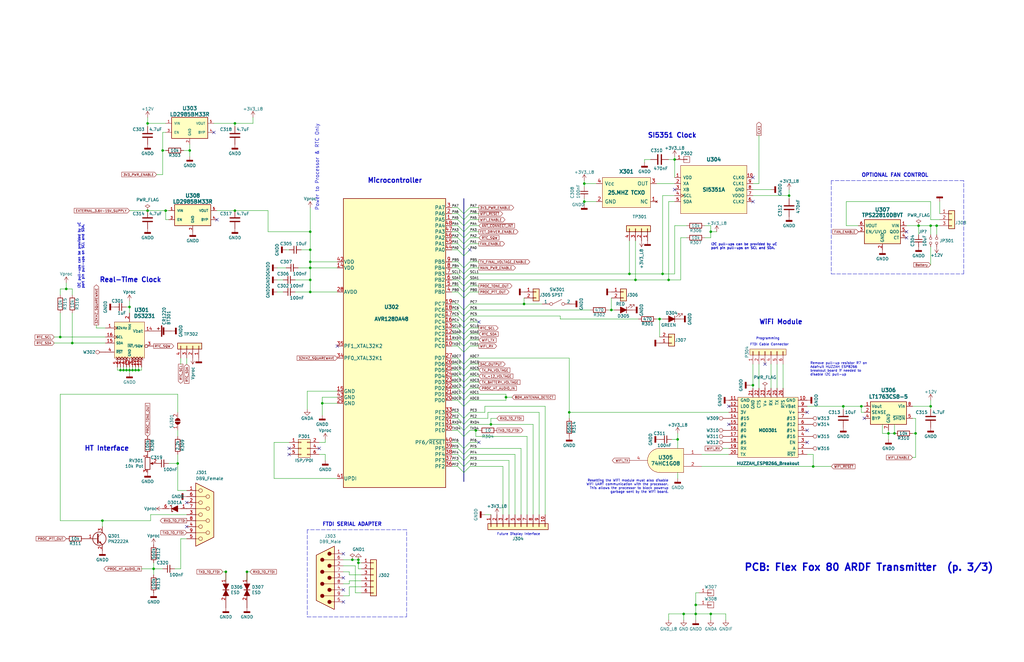
<source format=kicad_sch>
(kicad_sch (version 20211123) (generator eeschema)
  (paper "B")
  (title_block (title "ARDF 2-Band Mini Transmitter") (date "2020-10-16") (rev "P2.1"))
  (junction (at 278.13 134.62))
  (junction (at 257.81 130.81))
  (junction (at 74.93 195.58))
  (junction (at 394.97 95.25))
  (junction (at 57.15 156.21))
  (junction (at 392.43 171.45))
  (junction (at 130.81 105.41))
  (junction (at 62.23 88.9))
  (junction (at 299.72 259.08))
  (junction (at 54.61 156.21))
  (junction (at 342.9 196.85))
  (junction (at 387.35 95.25))
  (junction (at 130.81 123.19))
  (junction (at 54.61 129.54))
  (junction (at 52.07 156.21))
  (junction (at 374.65 182.88))
  (junction (at 355.6 171.45))
  (junction (at 285.75 185.42))
  (junction (at 267.97 118.11))
  (junction (at 240.03 173.99))
  (junction (at 130.81 118.11))
  (junction (at 64.77 240.03))
  (junction (at 246.38 77.47))
  (junction (at 332.74 82.55))
  (junction (at 293.37 255.27))
  (junction (at 148.59 236.22))
  (junction (at 30.48 144.78))
  (junction (at 293.37 259.08))
  (junction (at 50.8 156.21))
  (junction (at 151.13 237.49))
  (junction (at 246.38 85.09))
  (junction (at 279.4 115.57))
  (junction (at 99.06 88.9))
  (junction (at 69.85 88.9))
  (junction (at 200.66 181.61))
  (junction (at 386.08 182.88))
  (junction (at 299.72 97.79))
  (junction (at 317.5 162.56))
  (junction (at 104.14 241.3))
  (junction (at 130.81 97.79))
  (junction (at 58.42 156.21))
  (junction (at 284.48 67.31))
  (junction (at 392.43 95.25))
  (junction (at 377.19 182.88))
  (junction (at 151.13 236.22))
  (junction (at 80.01 63.5))
  (junction (at 62.23 52.07))
  (junction (at 95.25 241.3))
  (junction (at 265.43 115.57))
  (junction (at 25.4 142.24))
  (junction (at 213.36 167.64))
  (junction (at 363.22 171.45))
  (junction (at 207.01 179.07))
  (junction (at 53.34 156.21))
  (junction (at 220.98 128.27))
  (junction (at 281.94 118.11))
  (junction (at 27.94 121.92))
  (junction (at 130.81 113.03))
  (junction (at 135.89 170.18))
  (junction (at 288.29 259.08))
  (junction (at 99.06 52.07))
  (junction (at 43.18 219.71))
  (junction (at 68.58 63.5))
  (junction (at 130.81 110.49))
  (junction (at 55.88 156.21))
  (no_connect (at 144.78 254))
  (no_connect (at 198.12 105.41))
  (no_connect (at 144.78 233.68))
  (no_connect (at 142.24 146.05))
  (no_connect (at 382.27 100.33))
  (no_connect (at 91.44 92.71))
  (no_connect (at 322.58 153.67))
  (no_connect (at 134.62 189.23))
  (no_connect (at 284.48 80.01))
  (no_connect (at 144.78 243.84))
  (no_connect (at 382.27 97.79))
  (no_connect (at 340.36 173.99))
  (no_connect (at 340.36 186.69))
  (no_connect (at 317.5 85.09))
  (no_connect (at 78.74 212.09))
  (no_connect (at 317.5 74.93))
  (no_connect (at 121.92 191.77))
  (no_connect (at 307.34 179.07))
  (no_connect (at 121.92 189.23))
  (no_connect (at 90.17 55.88))
  (no_connect (at 201.93 186.69))
  (no_connect (at 201.93 135.89))
  (no_connect (at 78.74 222.25))
  (no_connect (at 340.36 181.61))
  (no_connect (at 364.49 176.53))
  (no_connect (at 144.78 248.92))
  (no_connect (at 307.34 171.45))
  (bus_entry (at 193.04 173.99) (size 2.54 2.54))
  (bus_entry (at 193.04 95.25) (size 2.54 2.54))
  (bus_entry (at 195.58 189.23) (size 2.54 -2.54))
  (bus_entry (at 193.04 194.31) (size 2.54 2.54))
  (bus_entry (at 193.04 143.51) (size 2.54 2.54))
  (bus_entry (at 193.04 146.05) (size 2.54 2.54))
  (bus_entry (at 195.58 181.61) (size 2.54 -2.54))
  (bus_entry (at 195.58 158.75) (size 2.54 -2.54))
  (bus_entry (at 193.04 156.21) (size 2.54 2.54))
  (bus_entry (at 193.04 100.33) (size 2.54 2.54))
  (bus_entry (at 195.58 184.15) (size 2.54 -2.54))
  (bus_entry (at 193.04 105.41) (size 2.54 2.54))
  (bus_entry (at 193.04 113.03) (size 2.54 2.54))
  (bus_entry (at 193.04 138.43) (size 2.54 2.54))
  (bus_entry (at 195.58 140.97) (size 2.54 -2.54))
  (bus_entry (at 195.58 133.35) (size 2.54 -2.54))
  (bus_entry (at 193.04 189.23) (size 2.54 2.54))
  (bus_entry (at 193.04 161.29) (size 2.54 2.54))
  (bus_entry (at 195.58 161.29) (size 2.54 -2.54))
  (bus_entry (at 195.58 143.51) (size 2.54 -2.54))
  (bus_entry (at 195.58 156.21) (size 2.54 -2.54))
  (bus_entry (at 195.58 115.57) (size 2.54 -2.54))
  (bus_entry (at 195.58 97.79) (size 2.54 -2.54))
  (bus_entry (at 193.04 140.97) (size 2.54 2.54))
  (bus_entry (at 193.04 92.71) (size 2.54 2.54))
  (bus_entry (at 195.58 90.17) (size 2.54 -2.54))
  (bus_entry (at 193.04 90.17) (size 2.54 2.54))
  (bus_entry (at 195.58 105.41) (size 2.54 -2.54))
  (bus_entry (at 193.04 87.63) (size 2.54 2.54))
  (bus_entry (at 195.58 179.07) (size 2.54 -2.54))
  (bus_entry (at 193.04 179.07) (size 2.54 2.54))
  (bus_entry (at 195.58 123.19) (size 2.54 -2.54))
  (bus_entry (at 193.04 163.83) (size 2.54 2.54))
  (bus_entry (at 193.04 191.77) (size 2.54 2.54))
  (bus_entry (at 195.58 199.39) (size 2.54 -2.54))
  (bus_entry (at 193.04 181.61) (size 2.54 2.54))
  (bus_entry (at 195.58 120.65) (size 2.54 -2.54))
  (bus_entry (at 195.58 118.11) (size 2.54 -2.54))
  (bus_entry (at 195.58 135.89) (size 2.54 -2.54))
  (bus_entry (at 195.58 153.67) (size 2.54 -2.54))
  (bus_entry (at 195.58 194.31) (size 2.54 -2.54))
  (bus_entry (at 195.58 163.83) (size 2.54 -2.54))
  (bus_entry (at 195.58 92.71) (size 2.54 -2.54))
  (bus_entry (at 195.58 100.33) (size 2.54 -2.54))
  (bus_entry (at 195.58 171.45) (size 2.54 -2.54))
  (bus_entry (at 193.04 133.35) (size 2.54 2.54))
  (bus_entry (at 193.04 135.89) (size 2.54 2.54))
  (bus_entry (at 193.04 158.75) (size 2.54 2.54))
  (bus_entry (at 195.58 107.95) (size 2.54 -2.54))
  (bus_entry (at 195.58 191.77) (size 2.54 -2.54))
  (bus_entry (at 193.04 110.49) (size 2.54 2.54))
  (bus_entry (at 193.04 130.81) (size 2.54 2.54))
  (bus_entry (at 195.58 102.87) (size 2.54 -2.54))
  (bus_entry (at 193.04 151.13) (size 2.54 2.54))
  (bus_entry (at 193.04 153.67) (size 2.54 2.54))
  (bus_entry (at 195.58 138.43) (size 2.54 -2.54))
  (bus_entry (at 195.58 148.59) (size 2.54 -2.54))
  (bus_entry (at 193.04 97.79) (size 2.54 2.54))
  (bus_entry (at 195.58 146.05) (size 2.54 -2.54))
  (bus_entry (at 193.04 118.11) (size 2.54 2.54))
  (bus_entry (at 193.04 166.37) (size 2.54 2.54))
  (bus_entry (at 193.04 128.27) (size 2.54 2.54))
  (bus_entry (at 193.04 120.65) (size 2.54 2.54))
  (bus_entry (at 195.58 130.81) (size 2.54 -2.54))
  (bus_entry (at 195.58 95.25) (size 2.54 -2.54))
  (bus_entry (at 195.58 125.73) (size 2.54 -2.54))
  (bus_entry (at 195.58 176.53) (size 2.54 -2.54))
  (bus_entry (at 195.58 196.85) (size 2.54 -2.54))
  (bus_entry (at 193.04 115.57) (size 2.54 2.54))
  (bus_entry (at 193.04 186.69) (size 2.54 2.54))
  (bus_entry (at 195.58 168.91) (size 2.54 -2.54))
  (bus_entry (at 193.04 176.53) (size 2.54 2.54))
  (bus_entry (at 193.04 168.91) (size 2.54 2.54))
  (bus_entry (at 193.04 123.19) (size 2.54 2.54))
  (bus_entry (at 193.04 102.87) (size 2.54 2.54))
  (bus_entry (at 193.04 196.85) (size 2.54 2.54))
  (bus_entry (at 195.58 113.03) (size 2.54 -2.54))
  (bus_entry (at 195.58 166.37) (size 2.54 -2.54))
  (wire (pts (xy 30.48 132.08) (xy 30.48 144.78)))
  (wire (pts (xy 99.06 52.07) (xy 90.17 52.07)))
  (bus (pts (xy 195.58 105.41) (xy 195.58 107.95)))
  (wire (pts (xy 129.54 165.1) (xy 142.24 165.1)))
  (wire (pts (xy 198.12 156.21) (xy 201.93 156.21)))
  (wire (pts (xy 340.36 171.45) (xy 355.6 171.45)))
  (wire (pts (xy 342.9 191.77) (xy 340.36 191.77)))
  (bus (pts (xy 195.58 118.11) (xy 195.58 120.65)))
  (wire (pts (xy 27.94 121.92) (xy 30.48 121.92)))
  (wire (pts (xy 50.8 154.94) (xy 50.8 156.21)))
  (bus (pts (xy 195.58 97.79) (xy 195.58 100.33)))
  (wire (pts (xy 293.37 259.08) (xy 293.37 261.62)))
  (wire (pts (xy 77.47 63.5) (xy 80.01 63.5)))
  (wire (pts (xy 147.32 251.46) (xy 144.78 251.46)))
  (wire (pts (xy 320.04 57.15) (xy 320.04 77.47)))
  (bus (pts (xy 195.58 146.05) (xy 195.58 148.59)))
  (wire (pts (xy 64.77 242.57) (xy 64.77 240.03)))
  (bus (pts (xy 195.58 95.25) (xy 195.58 97.79)))
  (wire (pts (xy 198.12 146.05) (xy 201.93 146.05)))
  (wire (pts (xy 68.58 240.03) (xy 64.77 240.03)))
  (wire (pts (xy 95.25 241.3) (xy 93.98 241.3)))
  (wire (pts (xy 320.04 77.47) (xy 317.5 77.47)))
  (wire (pts (xy 190.5 163.83) (xy 193.04 163.83)))
  (wire (pts (xy 198.12 179.07) (xy 207.01 179.07)))
  (wire (pts (xy 387.35 95.25) (xy 392.43 95.25)))
  (wire (pts (xy 236.22 134.62) (xy 236.22 133.35)))
  (bus (pts (xy 195.58 135.89) (xy 195.58 138.43)))
  (wire (pts (xy 283.21 185.42) (xy 285.75 185.42)))
  (wire (pts (xy 130.81 110.49) (xy 130.81 113.03)))
  (wire (pts (xy 287.02 100.33) (xy 287.02 118.11)))
  (wire (pts (xy 284.48 77.47) (xy 276.86 77.47)))
  (wire (pts (xy 190.5 105.41) (xy 193.04 105.41)))
  (polyline (pts (xy 350.52 115.57) (xy 406.4 115.57)))
  (wire (pts (xy 227.33 173.99) (xy 227.33 217.17)))
  (wire (pts (xy 59.69 156.21) (xy 59.69 154.94)))
  (wire (pts (xy 200.66 184.15) (xy 222.25 184.15)))
  (wire (pts (xy 193.04 181.61) (xy 190.5 181.61)))
  (wire (pts (xy 25.4 219.71) (xy 43.18 219.71)))
  (wire (pts (xy 62.23 49.53) (xy 62.23 52.07)))
  (wire (pts (xy 130.81 110.49) (xy 142.24 110.49)))
  (wire (pts (xy 62.23 88.9) (xy 69.85 88.9)))
  (wire (pts (xy 265.43 101.6) (xy 265.43 115.57)))
  (wire (pts (xy 392.43 95.25) (xy 392.43 99.06)))
  (wire (pts (xy 198.12 168.91) (xy 213.36 168.91)))
  (wire (pts (xy 130.81 87.63) (xy 130.81 97.79)))
  (wire (pts (xy 200.66 181.61) (xy 201.93 181.61)))
  (wire (pts (xy 392.43 85.09) (xy 392.43 92.71)))
  (wire (pts (xy 372.11 182.88) (xy 374.65 182.88)))
  (wire (pts (xy 69.85 92.71) (xy 71.12 92.71)))
  (wire (pts (xy 74.93 191.77) (xy 74.93 195.58)))
  (bus (pts (xy 195.58 90.17) (xy 195.58 92.71)))
  (wire (pts (xy 285.75 201.93) (xy 285.75 199.39)))
  (wire (pts (xy 200.66 181.61) (xy 200.66 184.15)))
  (wire (pts (xy 214.63 194.31) (xy 214.63 217.17)))
  (polyline (pts (xy 406.4 115.57) (xy 406.4 76.2)))
  (wire (pts (xy 142.24 170.18) (xy 135.89 170.18)))
  (wire (pts (xy 240.03 176.53) (xy 240.03 173.99)))
  (wire (pts (xy 198.12 186.69) (xy 201.93 186.69)))
  (wire (pts (xy 207.01 176.53) (xy 209.55 176.53)))
  (wire (pts (xy 207.01 179.07) (xy 207.01 176.53)))
  (wire (pts (xy 274.32 67.31) (xy 271.78 67.31)))
  (wire (pts (xy 25.4 219.71) (xy 25.4 166.37)))
  (wire (pts (xy 293.37 250.19) (xy 293.37 255.27)))
  (wire (pts (xy 152.4 247.65) (xy 147.32 247.65)))
  (wire (pts (xy 54.61 154.94) (xy 54.61 156.21)))
  (wire (pts (xy 392.43 95.25) (xy 394.97 95.25)))
  (wire (pts (xy 224.79 179.07) (xy 224.79 217.17)))
  (wire (pts (xy 137.16 186.69) (xy 137.16 185.42)))
  (wire (pts (xy 147.32 241.3) (xy 144.78 241.3)))
  (bus (pts (xy 195.58 148.59) (xy 195.58 153.67)))
  (wire (pts (xy 377.19 182.88) (xy 374.65 182.88)))
  (wire (pts (xy 201.93 135.89) (xy 198.12 135.89)))
  (wire (pts (xy 190.5 110.49) (xy 193.04 110.49)))
  (bus (pts (xy 195.58 138.43) (xy 195.58 140.97)))
  (wire (pts (xy 30.48 121.92) (xy 30.48 124.46)))
  (bus (pts (xy 195.58 83.82) (xy 195.58 90.17)))
  (wire (pts (xy 222.25 184.15) (xy 222.25 217.17)))
  (wire (pts (xy 281.94 118.11) (xy 287.02 118.11)))
  (wire (pts (xy 129.54 165.1) (xy 129.54 172.72)))
  (wire (pts (xy 193.04 87.63) (xy 190.5 87.63)))
  (wire (pts (xy 116.84 123.19) (xy 119.38 123.19)))
  (wire (pts (xy 281.94 261.62) (xy 281.94 259.08)))
  (wire (pts (xy 130.81 113.03) (xy 142.24 113.03)))
  (wire (pts (xy 193.04 196.85) (xy 190.5 196.85)))
  (wire (pts (xy 27.94 119.38) (xy 27.94 121.92)))
  (wire (pts (xy 198.12 97.79) (xy 201.93 97.79)))
  (bus (pts (xy 195.58 176.53) (xy 195.58 179.07)))
  (wire (pts (xy 193.04 186.69) (xy 190.5 186.69)))
  (wire (pts (xy 193.04 194.31) (xy 190.5 194.31)))
  (wire (pts (xy 151.13 240.03) (xy 151.13 237.49)))
  (bus (pts (xy 195.58 189.23) (xy 195.58 191.77)))
  (wire (pts (xy 54.61 156.21) (xy 55.88 156.21)))
  (wire (pts (xy 76.2 151.13) (xy 76.2 153.67)))
  (bus (pts (xy 195.58 120.65) (xy 195.58 123.19)))
  (wire (pts (xy 198.12 90.17) (xy 201.93 90.17)))
  (wire (pts (xy 25.4 124.46) (xy 25.4 121.92)))
  (wire (pts (xy 299.72 95.25) (xy 299.72 97.79)))
  (wire (pts (xy 284.48 66.04) (xy 284.48 67.31)))
  (bus (pts (xy 195.58 140.97) (xy 195.58 143.51)))
  (wire (pts (xy 198.12 118.11) (xy 267.97 118.11)))
  (wire (pts (xy 125.73 113.03) (xy 130.81 113.03)))
  (wire (pts (xy 198.12 138.43) (xy 201.93 138.43)))
  (wire (pts (xy 193.04 166.37) (xy 190.5 166.37)))
  (wire (pts (xy 63.5 217.17) (xy 78.74 217.17)))
  (wire (pts (xy 215.9 167.64) (xy 213.36 167.64)))
  (wire (pts (xy 386.08 193.04) (xy 384.81 193.04)))
  (wire (pts (xy 246.38 85.09) (xy 251.46 85.09)))
  (wire (pts (xy 363.22 171.45) (xy 364.49 171.45)))
  (wire (pts (xy 190.5 95.25) (xy 193.04 95.25)))
  (bus (pts (xy 195.58 166.37) (xy 195.58 168.91)))
  (wire (pts (xy 387.35 99.06) (xy 387.35 95.25)))
  (wire (pts (xy 198.12 115.57) (xy 265.43 115.57)))
  (wire (pts (xy 25.4 166.37) (xy 74.93 166.37)))
  (wire (pts (xy 193.04 115.57) (xy 190.5 115.57)))
  (wire (pts (xy 148.59 236.22) (xy 151.13 236.22)))
  (wire (pts (xy 124.46 118.11) (xy 130.81 118.11)))
  (wire (pts (xy 220.98 125.73) (xy 220.98 128.27)))
  (polyline (pts (xy 129.54 223.52) (xy 129.54 260.35)))
  (wire (pts (xy 193.04 128.27) (xy 190.5 128.27)))
  (wire (pts (xy 76.2 240.03) (xy 76.2 227.33)))
  (wire (pts (xy 193.04 179.07) (xy 190.5 179.07)))
  (wire (pts (xy 294.64 250.19) (xy 293.37 250.19)))
  (wire (pts (xy 302.26 97.79) (xy 299.72 97.79)))
  (wire (pts (xy 57.15 156.21) (xy 58.42 156.21)))
  (bus (pts (xy 195.58 123.19) (xy 195.58 125.73)))
  (wire (pts (xy 198.12 176.53) (xy 205.74 176.53)))
  (wire (pts (xy 151.13 236.22) (xy 151.13 237.49)))
  (wire (pts (xy 317.5 153.67) (xy 317.5 162.56)))
  (wire (pts (xy 198.12 113.03) (xy 201.93 113.03)))
  (wire (pts (xy 289.56 100.33) (xy 287.02 100.33)))
  (wire (pts (xy 74.93 184.15) (xy 74.93 181.61)))
  (wire (pts (xy 204.47 217.17) (xy 207.01 217.17)))
  (wire (pts (xy 220.98 128.27) (xy 228.6 128.27)))
  (wire (pts (xy 121.92 186.69) (xy 115.57 186.69)))
  (wire (pts (xy 304.8 189.23) (xy 307.34 189.23)))
  (wire (pts (xy 116.84 118.11) (xy 119.38 118.11)))
  (wire (pts (xy 52.07 154.94) (xy 52.07 156.21)))
  (wire (pts (xy 198.12 163.83) (xy 201.93 163.83)))
  (wire (pts (xy 267.97 118.11) (xy 281.94 118.11)))
  (bus (pts (xy 195.58 113.03) (xy 195.58 115.57)))
  (wire (pts (xy 364.49 173.99) (xy 363.22 173.99)))
  (wire (pts (xy 361.95 95.25) (xy 356.87 95.25)))
  (wire (pts (xy 330.2 163.83) (xy 330.2 153.67)))
  (wire (pts (xy 256.54 130.81) (xy 257.81 130.81)))
  (bus (pts (xy 195.58 181.61) (xy 195.58 184.15)))
  (wire (pts (xy 74.93 195.58) (xy 74.93 207.01)))
  (wire (pts (xy 257.81 125.73) (xy 257.81 130.81)))
  (wire (pts (xy 137.16 191.77) (xy 137.16 194.31)))
  (wire (pts (xy 392.43 104.14) (xy 392.43 111.76)))
  (wire (pts (xy 396.24 85.09) (xy 396.24 90.17)))
  (wire (pts (xy 58.42 154.94) (xy 58.42 156.21)))
  (wire (pts (xy 152.4 240.03) (xy 151.13 240.03)))
  (wire (pts (xy 198.12 123.19) (xy 201.93 123.19)))
  (wire (pts (xy 205.74 176.53) (xy 205.74 173.99)))
  (wire (pts (xy 285.75 185.42) (xy 285.75 189.23)))
  (wire (pts (xy 307.34 191.77) (xy 295.91 191.77)))
  (bus (pts (xy 195.58 158.75) (xy 195.58 161.29)))
  (wire (pts (xy 276.86 134.62) (xy 278.13 134.62)))
  (wire (pts (xy 198.12 92.71) (xy 201.93 92.71)))
  (wire (pts (xy 219.71 189.23) (xy 219.71 217.17)))
  (wire (pts (xy 68.58 63.5) (xy 69.85 63.5)))
  (bus (pts (xy 195.58 153.67) (xy 195.58 156.21)))
  (wire (pts (xy 213.36 166.37) (xy 213.36 167.64)))
  (wire (pts (xy 25.4 142.24) (xy 22.86 142.24)))
  (polyline (pts (xy 171.45 223.52) (xy 129.54 223.52)))
  (wire (pts (xy 115.57 201.93) (xy 142.24 201.93)))
  (wire (pts (xy 64.77 240.03) (xy 59.69 240.03)))
  (wire (pts (xy 106.68 52.07) (xy 106.68 49.53)))
  (wire (pts (xy 198.12 87.63) (xy 201.93 87.63)))
  (wire (pts (xy 190.5 90.17) (xy 193.04 90.17)))
  (wire (pts (xy 64.77 237.49) (xy 64.77 240.03)))
  (wire (pts (xy 355.6 172.72) (xy 355.6 171.45)))
  (wire (pts (xy 193.04 189.23) (xy 190.5 189.23)))
  (wire (pts (xy 279.4 115.57) (xy 279.4 82.55)))
  (wire (pts (xy 54.61 156.21) (xy 54.61 157.48)))
  (wire (pts (xy 374.65 181.61) (xy 374.65 182.88)))
  (wire (pts (xy 295.91 196.85) (xy 342.9 196.85)))
  (wire (pts (xy 392.43 171.45) (xy 384.81 171.45)))
  (wire (pts (xy 62.23 52.07) (xy 62.23 53.34)))
  (wire (pts (xy 212.09 196.85) (xy 212.09 217.17)))
  (wire (pts (xy 279.4 82.55) (xy 284.48 82.55)))
  (wire (pts (xy 49.53 156.21) (xy 50.8 156.21)))
  (wire (pts (xy 257.81 130.81) (xy 259.08 130.81)))
  (wire (pts (xy 130.81 97.79) (xy 130.81 105.41)))
  (wire (pts (xy 135.89 167.64) (xy 135.89 170.18)))
  (wire (pts (xy 355.6 171.45) (xy 363.22 171.45)))
  (wire (pts (xy 198.12 196.85) (xy 212.09 196.85)))
  (wire (pts (xy 149.86 250.19) (xy 149.86 238.76)))
  (wire (pts (xy 130.81 118.11) (xy 130.81 123.19)))
  (bus (pts (xy 195.58 191.77) (xy 195.58 194.31)))
  (wire (pts (xy 246.38 77.47) (xy 251.46 77.47)))
  (wire (pts (xy 147.32 247.65) (xy 147.32 251.46)))
  (wire (pts (xy 382.27 95.25) (xy 387.35 95.25)))
  (wire (pts (xy 106.68 52.07) (xy 99.06 52.07)))
  (wire (pts (xy 299.72 100.33) (xy 297.18 100.33)))
  (wire (pts (xy 327.66 163.83) (xy 327.66 153.67)))
  (wire (pts (xy 54.61 129.54) (xy 54.61 132.08)))
  (wire (pts (xy 278.13 142.24) (xy 278.13 134.62)))
  (wire (pts (xy 68.58 55.88) (xy 68.58 63.5)))
  (wire (pts (xy 91.44 88.9) (xy 99.06 88.9)))
  (wire (pts (xy 190.5 92.71) (xy 193.04 92.71)))
  (wire (pts (xy 229.87 171.45) (xy 229.87 217.17)))
  (wire (pts (xy 356.87 85.09) (xy 392.43 85.09)))
  (wire (pts (xy 134.62 186.69) (xy 137.16 186.69)))
  (wire (pts (xy 104.14 241.3) (xy 105.41 241.3)))
  (wire (pts (xy 193.04 153.67) (xy 190.5 153.67)))
  (wire (pts (xy 293.37 255.27) (xy 293.37 259.08)))
  (wire (pts (xy 394.97 99.06) (xy 394.97 95.25)))
  (bus (pts (xy 195.58 115.57) (xy 195.58 118.11)))
  (wire (pts (xy 279.4 115.57) (xy 284.48 115.57)))
  (wire (pts (xy 278.13 134.62) (xy 279.4 134.62)))
  (wire (pts (xy 392.43 92.71) (xy 396.24 92.71)))
  (wire (pts (xy 127 105.41) (xy 130.81 105.41)))
  (wire (pts (xy 193.04 158.75) (xy 190.5 158.75)))
  (wire (pts (xy 95.25 245.11) (xy 95.25 241.3)))
  (wire (pts (xy 306.07 259.08) (xy 306.07 261.62)))
  (wire (pts (xy 307.34 173.99) (xy 240.03 173.99)))
  (wire (pts (xy 281.94 85.09) (xy 284.48 85.09)))
  (wire (pts (xy 198.12 189.23) (xy 219.71 189.23)))
  (wire (pts (xy 265.43 115.57) (xy 279.4 115.57)))
  (wire (pts (xy 50.8 156.21) (xy 52.07 156.21)))
  (wire (pts (xy 80.01 63.5) (xy 80.01 66.04)))
  (wire (pts (xy 190.5 97.79) (xy 193.04 97.79)))
  (wire (pts (xy 73.66 240.03) (xy 76.2 240.03)))
  (wire (pts (xy 246.38 85.09) (xy 246.38 86.36)))
  (wire (pts (xy 193.04 118.11) (xy 190.5 118.11)))
  (wire (pts (xy 152.4 237.49) (xy 151.13 237.49)))
  (wire (pts (xy 198.12 128.27) (xy 220.98 128.27)))
  (wire (pts (xy 198.12 153.67) (xy 201.93 153.67)))
  (wire (pts (xy 55.88 156.21) (xy 57.15 156.21)))
  (wire (pts (xy 193.04 143.51) (xy 190.5 143.51)))
  (bus (pts (xy 195.58 196.85) (xy 195.58 199.39)))
  (wire (pts (xy 394.97 95.25) (xy 396.24 95.25)))
  (wire (pts (xy 332.74 82.55) (xy 317.5 82.55)))
  (wire (pts (xy 190.5 102.87) (xy 193.04 102.87)))
  (wire (pts (xy 213.36 167.64) (xy 213.36 168.91)))
  (wire (pts (xy 288.29 259.08) (xy 293.37 259.08)))
  (wire (pts (xy 57.15 154.94) (xy 57.15 156.21)))
  (bus (pts (xy 195.58 194.31) (xy 195.58 196.85)))
  (wire (pts (xy 193.04 113.03) (xy 190.5 113.03)))
  (wire (pts (xy 201.93 140.97) (xy 198.12 140.97)))
  (wire (pts (xy 68.58 73.66) (xy 66.04 73.66)))
  (bus (pts (xy 195.58 171.45) (xy 195.58 176.53)))
  (wire (pts (xy 193.04 168.91) (xy 190.5 168.91)))
  (wire (pts (xy 374.65 182.88) (xy 374.65 185.42)))
  (wire (pts (xy 130.81 123.19) (xy 124.46 123.19)))
  (wire (pts (xy 297.18 95.25) (xy 299.72 95.25)))
  (wire (pts (xy 121.92 105.41) (xy 120.65 105.41)))
  (wire (pts (xy 285.75 182.88) (xy 285.75 185.42)))
  (wire (pts (xy 130.81 123.19) (xy 142.24 123.19)))
  (bus (pts (xy 195.58 130.81) (xy 195.58 133.35)))
  (wire (pts (xy 44.45 142.24) (xy 25.4 142.24)))
  (wire (pts (xy 246.38 83.82) (xy 246.38 85.09)))
  (wire (pts (xy 25.4 121.92) (xy 27.94 121.92)))
  (wire (pts (xy 54.61 127) (xy 54.61 129.54)))
  (wire (pts (xy 320.04 163.83) (xy 320.04 153.67)))
  (wire (pts (xy 190.5 100.33) (xy 193.04 100.33)))
  (wire (pts (xy 68.58 63.5) (xy 68.58 73.66)))
  (wire (pts (xy 198.12 166.37) (xy 213.36 166.37)))
  (wire (pts (xy 99.06 53.34) (xy 99.06 52.07)))
  (wire (pts (xy 198.12 194.31) (xy 214.63 194.31)))
  (polyline (pts (xy 350.52 76.2) (xy 350.52 115.57)))
  (wire (pts (xy 99.06 88.9) (xy 113.03 88.9)))
  (wire (pts (xy 198.12 143.51) (xy 201.93 143.51)))
  (wire (pts (xy 289.56 95.25) (xy 284.48 95.25)))
  (wire (pts (xy 193.04 146.05) (xy 190.5 146.05)))
  (wire (pts (xy 325.12 163.83) (xy 325.12 153.67)))
  (wire (pts (xy 53.34 156.21) (xy 54.61 156.21)))
  (wire (pts (xy 76.2 227.33) (xy 78.74 227.33)))
  (wire (pts (xy 198.12 100.33) (xy 201.93 100.33)))
  (wire (pts (xy 198.12 110.49) (xy 201.93 110.49)))
  (wire (pts (xy 281.94 67.31) (xy 284.48 67.31)))
  (wire (pts (xy 69.85 88.9) (xy 71.12 88.9)))
  (wire (pts (xy 217.17 191.77) (xy 217.17 217.17)))
  (bus (pts (xy 195.58 92.71) (xy 195.58 95.25)))
  (wire (pts (xy 284.48 67.31) (xy 284.48 74.93)))
  (wire (pts (xy 198.12 158.75) (xy 201.93 158.75)))
  (wire (pts (xy 69.85 55.88) (xy 68.58 55.88)))
  (wire (pts (xy 299.72 97.79) (xy 299.72 100.33)))
  (wire (pts (xy 193.04 173.99) (xy 190.5 173.99)))
  (wire (pts (xy 193.04 123.19) (xy 190.5 123.19)))
  (wire (pts (xy 149.86 238.76) (xy 144.78 238.76)))
  (wire (pts (xy 49.53 154.94) (xy 49.53 156.21)))
  (wire (pts (xy 193.04 140.97) (xy 190.5 140.97)))
  (wire (pts (xy 130.81 113.03) (xy 130.81 118.11)))
  (wire (pts (xy 25.4 132.08) (xy 25.4 142.24)))
  (bus (pts (xy 195.58 168.91) (xy 195.58 171.45)))
  (wire (pts (xy 144.78 236.22) (xy 148.59 236.22)))
  (wire (pts (xy 193.04 133.35) (xy 190.5 133.35)))
  (wire (pts (xy 193.04 138.43) (xy 190.5 138.43)))
  (wire (pts (xy 44.45 144.78) (xy 30.48 144.78)))
  (wire (pts (xy 281.94 118.11) (xy 281.94 85.09)))
  (wire (pts (xy 198.12 130.81) (xy 248.92 130.81)))
  (wire (pts (xy 78.74 151.13) (xy 78.74 153.67)))
  (wire (pts (xy 198.12 161.29) (xy 201.93 161.29)))
  (bus (pts (xy 195.58 184.15) (xy 195.58 189.23)))
  (polyline (pts (xy 406.4 76.2) (xy 350.52 76.2)))
  (bus (pts (xy 195.58 161.29) (xy 195.58 163.83)))
  (wire (pts (xy 372.11 179.07) (xy 372.11 182.88)))
  (wire (pts (xy 198.12 191.77) (xy 217.17 191.77)))
  (wire (pts (xy 299.72 261.62) (xy 299.72 259.08)))
  (wire (pts (xy 152.4 245.11) (xy 147.32 245.11)))
  (wire (pts (xy 317.5 162.56) (xy 317.5 163.83)))
  (bus (pts (xy 195.58 102.87) (xy 195.58 105.41)))
  (wire (pts (xy 135.89 170.18) (xy 135.89 175.26)))
  (wire (pts (xy 193.04 156.21) (xy 190.5 156.21)))
  (wire (pts (xy 55.88 154.94) (xy 55.88 156.21)))
  (polyline (pts (xy 171.45 260.35) (xy 171.45 223.52)))
  (wire (pts (xy 325.12 80.01) (xy 317.5 80.01)))
  (wire (pts (xy 386.08 182.88) (xy 386.08 193.04)))
  (wire (pts (xy 44.45 138.43) (xy 40.64 138.43)))
  (wire (pts (xy 63.5 219.71) (xy 63.5 217.17)))
  (wire (pts (xy 392.43 168.91) (xy 392.43 171.45)))
  (bus (pts (xy 195.58 156.21) (xy 195.58 158.75)))
  (wire (pts (xy 30.48 144.78) (xy 22.86 144.78)))
  (wire (pts (xy 130.81 105.41) (xy 130.81 110.49)))
  (wire (pts (xy 384.81 176.53) (xy 386.08 176.53)))
  (wire (pts (xy 43.18 222.25) (xy 43.18 219.71)))
  (wire (pts (xy 193.04 161.29) (xy 190.5 161.29)))
  (wire (pts (xy 53.34 129.54) (xy 54.61 129.54)))
  (wire (pts (xy 342.9 191.77) (xy 342.9 196.85)))
  (wire (pts (xy 342.9 196.85) (xy 350.52 196.85)))
  (wire (pts (xy 54.61 88.9) (xy 62.23 88.9)))
  (wire (pts (xy 284.48 95.25) (xy 284.48 115.57)))
  (wire (pts (xy 299.72 259.08) (xy 306.07 259.08)))
  (wire (pts (xy 80.01 60.96) (xy 80.01 63.5)))
  (polyline (pts (xy 129.54 260.35) (xy 171.45 260.35)))
  (wire (pts (xy 288.29 261.62) (xy 288.29 259.08)))
  (wire (pts (xy 147.32 245.11) (xy 147.32 246.38)))
  (wire (pts (xy 246.38 76.2) (xy 246.38 77.47)))
  (bus (pts (xy 195.58 107.95) (xy 195.58 113.03)))
  (wire (pts (xy 193.04 191.77) (xy 190.5 191.77)))
  (wire (pts (xy 240.03 173.99) (xy 240.03 151.13)))
  (wire (pts (xy 316.23 162.56) (xy 317.5 162.56)))
  (wire (pts (xy 193.04 151.13) (xy 190.5 151.13)))
  (wire (pts (xy 271.78 67.31) (xy 271.78 68.58)))
  (wire (pts (xy 71.12 195.58) (xy 74.93 195.58)))
  (wire (pts (xy 236.22 133.35) (xy 198.12 133.35)))
  (wire (pts (xy 205.74 173.99) (xy 227.33 173.99)))
  (bus (pts (xy 195.58 100.33) (xy 195.58 102.87)))
  (wire (pts (xy 193.04 176.53) (xy 190.5 176.53)))
  (bus (pts (xy 195.58 199.39) (xy 195.58 203.2)))
  (wire (pts (xy 198.12 120.65) (xy 201.93 120.65)))
  (wire (pts (xy 246.38 77.47) (xy 246.38 78.74)))
  (wire (pts (xy 198.12 102.87) (xy 201.93 102.87)))
  (bus (pts (xy 195.58 143.51) (xy 195.58 146.05)))
  (bus (pts (xy 195.58 179.07) (xy 195.58 181.61)))
  (wire (pts (xy 224.79 179.07) (xy 207.01 179.07)))
  (wire (pts (xy 240.03 151.13) (xy 198.12 151.13)))
  (wire (pts (xy 69.85 92.71) (xy 69.85 88.9)))
  (wire (pts (xy 198.12 173.99) (xy 204.47 173.99)))
  (wire (pts (xy 356.87 85.09) (xy 356.87 95.25)))
  (wire (pts (xy 52.07 156.21) (xy 53.34 156.21)))
  (wire (pts (xy 392.43 171.45) (xy 392.43 172.72)))
  (wire (pts (xy 363.22 173.99) (xy 363.22 171.45)))
  (bus (pts (xy 195.58 133.35) (xy 195.58 135.89)))
  (wire (pts (xy 43.18 219.71) (xy 63.5 219.71)))
  (wire (pts (xy 204.47 173.99) (xy 204.47 171.45)))
  (wire (pts (xy 332.74 80.01) (xy 332.74 82.55)))
  (wire (pts (xy 147.32 242.57) (xy 147.32 241.3)))
  (wire (pts (xy 58.42 156.21) (xy 59.69 156.21)))
  (wire (pts (xy 113.03 88.9) (xy 113.03 97.79)))
  (wire (pts (xy 40.64 138.43) (xy 40.64 137.16)))
  (wire (pts (xy 377.19 179.07) (xy 377.19 182.88)))
  (wire (pts (xy 386.08 176.53) (xy 386.08 182.88)))
  (wire (pts (xy 142.24 167.64) (xy 135.89 167.64)))
  (wire (pts (xy 198.12 95.25) (xy 201.93 95.25)))
  (wire (pts (xy 281.94 259.08) (xy 288.29 259.08)))
  (wire (pts (xy 152.4 242.57) (xy 147.32 242.57)))
  (wire (pts (xy 332.74 82.55) (xy 332.74 83.82)))
  (wire (pts (xy 74.93 166.37) (xy 74.93 173.99)))
  (wire (pts (xy 53.34 154.94) (xy 53.34 156.21)))
  (bus (pts (xy 195.58 163.83) (xy 195.58 166.37)))
  (wire (pts (xy 152.4 250.19) (xy 149.86 250.19)))
  (wire (pts (xy 116.84 113.03) (xy 120.65 113.03)))
  (wire (pts (xy 198.12 181.61) (xy 200.66 181.61)))
  (wire (pts (xy 204.47 171.45) (xy 229.87 171.45)))
  (wire (pts (xy 74.93 207.01) (xy 78.74 207.01)))
  (wire (pts (xy 193.04 135.89) (xy 190.5 135.89)))
  (wire (pts (xy 193.04 120.65) (xy 190.5 120.65)))
  (wire (pts (xy 104.14 245.11) (xy 104.14 241.3)))
  (wire (pts (xy 113.03 97.79) (xy 130.81 97.79)))
  (wire (pts (xy 193.04 130.81) (xy 190.5 130.81)))
  (wire (pts (xy 293.37 259.08) (xy 299.72 259.08)))
  (wire (pts (xy 236.22 134.62) (xy 269.24 134.62)))
  (wire (pts (xy 115.57 186.69) (xy 115.57 201.93)))
  (wire (pts (xy 386.08 182.88) (xy 384.81 182.88)))
  (wire (pts (xy 134.62 191.77) (xy 137.16 191.77)))
  (bus (pts (xy 195.58 125.73) (xy 195.58 130.81)))
  (wire (pts (xy 147.32 246.38) (xy 144.78 246.38)))
  (wire (pts (xy 62.23 52.07) (xy 69.85 52.07)))
  (wire (pts (xy 294.64 255.27) (xy 293.37 255.27)))
  (wire (pts (xy 267.97 101.6) (xy 267.97 118.11)))
  (text "Power to Processor & RTC Only" (at 134.62 88.9 90) (effects (font (size 1.4986 1.4986)) (justify left bottom)))
  (text "Microcontroller" (at 154.94 77.47 0) (effects (font (size 2.0066 2.0066) (thickness 0.4013) bold) (justify left bottom)))
  (text "WiFi Module" (at 320.04 137.16 0) (effects (font (size 2.0066 2.0066) (thickness 0.4013) bold) (justify left bottom)))
  (text "FTDI Cable Connector" (at 316.23 146.05 0) (effects (font (size 0.9906 0.9906)) (justify left bottom)))
  (text "Programming" (at 318.77 143.51 0) (effects (font (size 0.9906 0.9906)) (justify left bottom)))
  (text "Real-Time Clock" (at 41.91 119.38 0) (effects (font (size 2.0066 2.0066) (thickness 0.4013) bold) (justify left bottom)))
  (text "Future Display Interface" (at 209.55 226.06 0) (effects (font (size 0.9906 0.9906)) (justify left bottom)))
  (text "I2C pull-ups can be provided by uC \nport pin pull-ups on SCL and SDA." (at 299.72 105.41 0) (effects (font (size 0.9906 0.9906) (thickness 0.1981) bold) (justify left bottom)))
  (text "I2C pull-ups can be provided by uC \nport pin pull-ups on SCL and SDA." (at 35.56 121.92 90) (effects (font (size 0.9906 0.9906) (thickness 0.1981) bold) (justify left bottom)))
  (text "Remove pull-up resistor R7 on\nAdafruit HUZZAH ESP8266\nbreakout board if needed to\ndisable I2C pull-up" (at 341.63 158.75 0) (effects (font (size 0.9906 0.9906)) (justify left bottom)))
  (text "HT Interface" (at 35.56 190.5 0) (effects (font (size 2.0066 2.0066) (thickness 0.4013) bold) (justify left bottom)))
  (text "OPTIONAL FAN CONTROL" (at 363.22 74.93 0) (effects (font (size 1.5494 1.5494) (thickness 0.3099) bold) (justify left bottom)))
  (text "Resetting the WiFi module must also disable\nWiFi UART communication with the processor.\nThis allows the processor to block powerup\ngarbage sent by the WiFi board." (at 281.94 208.28 0) (effects (font (size 0.9906 0.9906)) (justify right bottom)))
  (text "SI5351 Clock" (at 273.05 58.42 0) (effects (font (size 2.0066 2.0066) (thickness 0.4013) bold) (justify left bottom)))
  (text "FTDI SERIAL ADAPTER" (at 135.89 222.25 0) (effects (font (size 1.5494 1.5494) (thickness 0.3099) bold) (justify left bottom)))
  (text "PCB: Flex Fox 80 ARDF Transmitter  (p. 3/3)" (at 313.69 241.3 0) (effects (font (size 2.9972 2.9972) (thickness 0.5994) bold) (justify left bottom)))
  (label "PB1" (at 198.12 120.65 0) (effects (font (size 0.9906 0.9906))))
  (label "PA7" (at 190.5 87.63 0) (effects (font (size 0.9906 0.9906))))
  (label "TXD1" (at 190.5 146.05 0) (effects (font (size 0.9906 0.9906))))
  (label "PA7" (at 198.12 87.63 0) (effects (font (size 0.9906 0.9906))))
  (label "PF6" (at 198.12 186.69 0) (effects (font (size 0.9906 0.9906))))
  (label "PC5" (at 198.12 133.35 0) (effects (font (size 0.9906 0.9906))))
  (label "PF3" (at 198.12 194.31 0) (effects (font (size 0.9906 0.9906))))
  (label "ADC0" (at 198.12 168.91 0) (effects (font (size 0.9906 0.9906))))
  (label "DAC0" (at 198.12 153.67 0) (effects (font (size 0.9906 0.9906))))
  (label "PC7" (at 190.5 128.27 0) (effects (font (size 0.9906 0.9906))))
  (label "PA1" (at 198.12 102.87 0) (effects (font (size 0.9906 0.9906))))
  (label "PF4" (at 198.12 191.77 0) (effects (font (size 0.9906 0.9906))))
  (label "PA5" (at 190.5 92.71 0) (effects (font (size 0.9906 0.9906))))
  (label "PA3" (at 198.12 97.79 0) (effects (font (size 0.9906 0.9906))))
  (label "SCL0" (at 190.5 138.43 0) (effects (font (size 0.9906 0.9906))))
  (label "PE2" (at 198.12 176.53 0) (effects (font (size 0.9906 0.9906))))
  (label "PC4" (at 190.5 135.89 0) (effects (font (size 0.9906 0.9906))))
  (label "ADC3" (at 190.5 161.29 0) (effects (font (size 0.9906 0.9906))))
  (label "PE3" (at 190.5 173.99 0) (effects (font (size 0.9906 0.9906))))
  (label "SDA0" (at 198.12 140.97 0) (effects (font (size 0.9906 0.9906))))
  (label "PF2" (at 190.5 196.85 0) (effects (font (size 0.9906 0.9906))))
  (label "PA1" (at 190.5 102.87 0) (effects (font (size 0.9906 0.9906))))
  (label "PB0" (at 198.12 123.19 0) (effects (font (size 0.9906 0.9906))))
  (label "RXD4" (at 190.5 179.07 0) (effects (font (size 0.9906 0.9906))))
  (label "PA0" (at 198.12 105.41 0) (effects (font (size 0.9906 0.9906))))
  (label "RXD1" (at 190.5 143.51 0) (effects (font (size 0.9906 0.9906))))
  (label "TXD1" (at 198.12 146.05 0) (effects (font (size 0.9906 0.9906))))
  (label "ADC5" (at 198.12 156.21 0) (effects (font (size 0.9906 0.9906))))
  (label "ADC7" (at 198.12 151.13 0) (effects (font (size 0.9906 0.9906))))
  (label "PC6" (at 198.12 130.81 0) (effects (font (size 0.9906 0.9906))))
  (label "ADC3" (at 198.12 161.29 0) (effects (font (size 0.9906 0.9906))))
  (label "DAC0" (at 190.5 153.67 0) (effects (font (size 0.9906 0.9906))))
  (label "SCL0" (at 198.12 138.43 0) (effects (font (size 0.9906 0.9906))))
  (label "ADC1" (at 190.5 166.37 0) (effects (font (size 0.9906 0.9906))))
  (label "ADC4" (at 190.5 158.75 0) (effects (font (size 0.9906 0.9906))))
  (label "SDA1" (at 198.12 118.11 0) (effects (font (size 0.9906 0.9906))))
  (label "PA0" (at 190.5 105.41 0) (effects (font (size 0.9906 0.9906))))
  (label "PC4" (at 198.12 135.89 0) (effects (font (size 0.9906 0.9906))))
  (label "SDA0" (at 190.5 140.97 0) (effects (font (size 0.9906 0.9906))))
  (label "PA3" (at 190.5 97.79 0) (effects (font (size 0.9906 0.9906))))
  (label "RXD4" (at 198.12 179.07 0) (effects (font (size 0.9906 0.9906))))
  (label "SCL1" (at 190.5 115.57 0) (effects (font (size 0.9906 0.9906))))
  (label "PA2" (at 198.12 100.33 0) (effects (font (size 0.9906 0.9906))))
  (label "PF4" (at 190.5 191.77 0) (effects (font (size 0.9906 0.9906))))
  (label "ADC7" (at 190.5 151.13 0) (effects (font (size 0.9906 0.9906))))
  (label "PF5" (at 198.12 189.23 0) (effects (font (size 0.9906 0.9906))))
  (label "SDA1" (at 190.5 118.11 0) (effects (font (size 0.9906 0.9906))))
  (label "PB5" (at 190.5 110.49 0) (effects (font (size 0.9906 0.9906))))
  (label "PB1" (at 190.5 120.65 0) (effects (font (size 0.9906 0.9906))))
  (label "PC5" (at 190.5 133.35 0) (effects (font (size 0.9906 0.9906))))
  (label "PA5" (at 198.12 92.71 0) (effects (font (size 0.9906 0.9906))))
  (label "RXD1" (at 198.12 143.51 0) (effects (font (size 0.9906 0.9906))))
  (label "PA4" (at 190.5 95.25 0) (effects (font (size 0.9906 0.9906))))
  (label "TXD4" (at 190.5 181.61 0) (effects (font (size 0.9906 0.9906))))
  (label "PC6" (at 190.5 130.81 0) (effects (font (size 0.9906 0.9906))))
  (label "ADC5" (at 190.5 156.21 0) (effects (font (size 0.9906 0.9906))))
  (label "ADC0" (at 190.5 168.91 0) (effects (font (size 0.9906 0.9906))))
  (label "PE3" (at 198.12 173.99 0) (effects (font (size 0.9906 0.9906))))
  (label "PA4" (at 198.12 95.25 0) (effects (font (size 0.9906 0.9906))))
  (label "ADC1" (at 198.12 166.37 0) (effects (font (size 0.9906 0.9906))))
  (label "PF3" (at 190.5 194.31 0) (effects (font (size 0.9906 0.9906))))
  (label "PF2" (at 198.12 196.85 0) (effects (font (size 0.9906 0.9906))))
  (label "ADC4" (at 198.12 158.75 0) (effects (font (size 0.9906 0.9906))))
  (label "TXD4" (at 198.12 181.61 0) (effects (font (size 0.9906 0.9906))))
  (label "PB4" (at 198.12 113.03 0) (effects (font (size 0.9906 0.9906))))
  (label "PA2" (at 190.5 100.33 0) (effects (font (size 0.9906 0.9906))))
  (label "PB4" (at 190.5 113.03 0) (effects (font (size 0.9906 0.9906))))
  (label "PB0" (at 190.5 123.19 0) (effects (font (size 0.9906 0.9906))))
  (label "PB5" (at 198.12 110.49 0) (effects (font (size 0.9906 0.9906))))
  (label "PF5" (at 190.5 189.23 0) (effects (font (size 0.9906 0.9906))))
  (label "PA6" (at 190.5 90.17 0) (effects (font (size 0.9906 0.9906))))
  (label "PE2" (at 190.5 176.53 0) (effects (font (size 0.9906 0.9906))))
  (label "ADC2" (at 190.5 163.83 0) (effects (font (size 0.9906 0.9906))))
  (label "ADC2" (at 198.12 163.83 0) (effects (font (size 0.9906 0.9906))))
  (label "PC7" (at 198.12 128.27 0) (effects (font (size 0.9906 0.9906))))
  (label "PF6" (at 190.5 186.69 0) (effects (font (size 0.9906 0.9906))))
  (label "SCL1" (at 198.12 115.57 0) (effects (font (size 0.9906 0.9906))))
  (label "PA6" (at 198.12 90.17 0) (effects (font (size 0.9906 0.9906))))
  (global_label "RTC_SQW" (shape output) (at 64.77 146.05 0) (effects (font (size 0.9906 0.9906))) (property "Intersheet References" "${INTERSHEET_REFS}" (effects hide)))
  (global_label "PROC_TONE_OUT" (shape output) (at 201.93 120.65 0) (effects (font (size 0.9906 0.9906))) (property "Intersheet References" "${INTERSHEET_REFS}" (effects hide)))
  (global_label "DAC_OUTPUT" (shape output) (at 201.93 153.67 0) (effects (font (size 0.9906 0.9906))) (property "Intersheet References" "${INTERSHEET_REFS}" (effects hide)))
  (global_label "RXD_TO_FTDI" (shape input) (at 105.41 241.3 0) (effects (font (size 0.9906 0.9906))) (property "Intersheet References" "${INTERSHEET_REFS}" (effects hide)))
  (global_label "RTC_SDA" (shape input) (at 78.74 153.67 270) (effects (font (size 0.9906 0.9906))) (property "Intersheet References" "${INTERSHEET_REFS}" (effects hide)))
  (global_label "RTC_SDA" (shape input) (at 22.86 144.78 180) (effects (font (size 0.9906 0.9906))) (property "Intersheet References" "${INTERSHEET_REFS}" (effects hide)))
  (global_label "EXTERNAL_3.6V-15V_SUPPLY" (shape input) (at 54.61 88.9 180) (effects (font (size 0.9906 0.9906))) (property "Intersheet References" "${INTERSHEET_REFS}" (effects hide)))
  (global_label "PROC_PTT_OUT" (shape output) (at 201.93 123.19 0) (effects (font (size 0.9906 0.9906))) (property "Intersheet References" "${INTERSHEET_REFS}" (effects hide)))
  (global_label "WIFI_ENABLE" (shape input) (at 384.81 193.04 180) (effects (font (size 0.9906 0.9906))) (property "Intersheet References" "${INTERSHEET_REFS}" (effects hide)))
  (global_label "TX_FINAL_VOLTAGE_ENABLE" (shape output) (at 201.93 110.49 0) (effects (font (size 0.9906 0.9906))) (property "Intersheet References" "${INTERSHEET_REFS}" (effects hide)))
  (global_label "FET_DRIVER_ENABLE" (shape output) (at 201.93 97.79 0) (effects (font (size 0.9906 0.9906))) (property "Intersheet References" "${INTERSHEET_REFS}" (effects hide)))
  (global_label "WIFI_ENABLE" (shape output) (at 201.93 92.71 0) (effects (font (size 0.9906 0.9906))) (property "Intersheet References" "${INTERSHEET_REFS}" (effects hide)))
  (global_label "RTC_SQW" (shape input) (at 201.93 100.33 0) (effects (font (size 0.9906 0.9906))) (property "Intersheet References" "${INTERSHEET_REFS}" (effects hide)))
  (global_label "TXD_TO_FTDI" (shape input) (at 78.74 224.79 180) (effects (font (size 0.9906 0.9906))) (property "Intersheet References" "${INTERSHEET_REFS}" (effects hide)))
  (global_label "32KHZ_SQUAREWAVE" (shape output) (at 40.64 137.16 90) (effects (font (size 0.9906 0.9906))) (property "Intersheet References" "${INTERSHEET_REFS}" (effects hide)))
  (global_label "WIFI_RX" (shape input) (at 304.8 189.23 180) (effects (font (size 0.9906 0.9906))) (property "Intersheet References" "${INTERSHEET_REFS}" (effects hide)))
  (global_label "80M_ANTENNA_DETECT" (shape input) (at 215.9 167.64 0) (effects (font (size 0.9906 0.9906))) (property "Intersheet References" "${INTERSHEET_REFS}" (effects hide)))
  (global_label "TXD_TO_FTDI" (shape output) (at 209.55 181.61 0) (effects (font (size 0.9906 0.9906))) (property "Intersheet References" "${INTERSHEET_REFS}" (effects hide)))
  (global_label "TX_PA_VOLTAGE" (shape input) (at 201.93 156.21 0) (effects (font (size 0.9906 0.9906))) (property "Intersheet References" "${INTERSHEET_REFS}" (effects hide)))
  (global_label "PROC_PTT_OUT" (shape input) (at 27.94 227.33 180) (effects (font (size 0.9906 0.9906))) (property "Intersheet References" "${INTERSHEET_REFS}" (effects hide)))
  (global_label "TXD_TO_FTDI" (shape input) (at 93.98 241.3 180) (effects (font (size 0.9906 0.9906))) (property "Intersheet References" "${INTERSHEET_REFS}" (effects hide)))
  (global_label "WIFI_TX" (shape input) (at 201.93 143.51 0) (effects (font (size 0.9906 0.9906))) (property "Intersheet References" "${INTERSHEET_REFS}" (effects hide)))
  (global_label "~{WIFI_RESET}" (shape input) (at 350.52 196.85 0) (effects (font (size 0.9906 0.9906))) (property "Intersheet References" "${INTERSHEET_REFS}" (effects hide)))
  (global_label "RXD_TO_FTDI" (shape output) (at 78.74 219.71 180) (effects (font (size 0.9906 0.9906))) (property "Intersheet References" "${INTERSHEET_REFS}" (effects hide)))
  (global_label "FAN_ENABLE" (shape input) (at 361.95 97.79 180) (effects (font (size 0.9906 0.9906))) (property "Intersheet References" "${INTERSHEET_REFS}" (effects hide)))
  (global_label "3V3_PWR_ENABLE" (shape output) (at 201.93 87.63 0) (effects (font (size 0.9906 0.9906))) (property "Intersheet References" "${INTERSHEET_REFS}" (effects hide)))
  (global_label "RTC_SDA" (shape input) (at 201.93 140.97 0) (effects (font (size 0.9906 0.9906))) (property "Intersheet References" "${INTERSHEET_REFS}" (effects hide)))
  (global_label "RTC_SCL" (shape output) (at 76.2 153.67 270) (effects (font (size 0.9906 0.9906))) (property "Intersheet References" "${INTERSHEET_REFS}" (effects hide)))
  (global_label "WIFI_TX" (shape output) (at 265.43 194.31 180) (effects (font (size 0.9906 0.9906))) (property "Intersheet References" "${INTERSHEET_REFS}" (effects hide)))
  (global_label "32KHZ_SQUAREWAVE" (shape input) (at 142.24 151.13 180) (effects (font (size 0.9906 0.9906))) (property "Intersheet References" "${INTERSHEET_REFS}" (effects hide)))
  (global_label "~{WIFI_RESET}" (shape output) (at 201.93 90.17 0) (effects (font (size 0.9906 0.9906))) (property "Intersheet References" "${INTERSHEET_REFS}" (effects hide)))
  (global_label "PROC_TONE_OUT" (shape input) (at 62.23 184.15 90) (effects (font (size 0.9906 0.9906))) (property "Intersheet References" "${INTERSHEET_REFS}" (effects hide)))
  (global_label "TX_BATTERY_VOLTAGE" (shape input) (at 201.93 161.29 0) (effects (font (size 0.9906 0.9906))) (property "Intersheet References" "${INTERSHEET_REFS}" (effects hide)))
  (global_label "3V3_PWR_ENABLE" (shape input) (at 66.04 73.66 180) (effects (font (size 0.9906 0.9906))) (property "Intersheet References" "${INTERSHEET_REFS}" (effects hide)))
  (global_label "CLK1" (shape output) (at 320.04 57.15 90) (effects (font (size 0.9906 0.9906))) (property "Intersheet References" "${INTERSHEET_REFS}" (effects hide)))
  (global_label "RTC_SCL" (shape output) (at 201.93 138.43 0) (effects (font (size 0.9906 0.9906))) (property "Intersheet References" "${INTERSHEET_REFS}" (effects hide)))
  (global_label "~{ANT_CONNECT_INT}" (shape input) (at 201.93 95.25 0) (effects (font (size 0.9906 0.9906))) (property "Intersheet References" "${INTERSHEET_REFS}" (effects hide)))
  (global_label "Battery" (shape input) (at 392.43 111.76 180) (effects (font (size 0.9906 0.9906))) (property "Intersheet References" "${INTERSHEET_REFS}" (effects hide)))
  (global_label "RXD_TO_FTDI" (shape input) (at 209.55 176.53 0) (effects (font (size 0.9906 0.9906))) (property "Intersheet References" "${INTERSHEET_REFS}" (effects hide)))
  (global_label "PROC_HT_AUDIO_IN" (shape input) (at 201.93 163.83 0) (effects (font (size 0.9906 0.9906))) (property "Intersheet References" "${INTERSHEET_REFS}" (effects hide)))
  (global_label "TX_+12_VOLTAGE" (shape input) (at 201.93 158.75 0) (effects (font (size 0.9906 0.9906))) (property "Intersheet References" "${INTERSHEET_REFS}" (effects hide)))
  (global_label "PROC_HT_AUDIO_IN" (shape output) (at 59.69 240.03 180) (effects (font (size 0.9906 0.9906))) (property "Intersheet References" "${INTERSHEET_REFS}" (effects hide)))
  (global_label "WIFI_RX" (shape output) (at 201.93 146.05 0) (effects (font (size 0.9906 0.9906))) (property "Intersheet References" "${INTERSHEET_REFS}" (effects hide)))
  (global_label "RTC_SCL" (shape input) (at 22.86 142.24 180) (effects (font (size 0.9906 0.9906))) (property "Intersheet References" "${INTERSHEET_REFS}" (effects hide)))
  (global_label "MAIN_PWR_ENABLE" (shape output) (at 201.93 113.03 0) (effects (font (size 0.9906 0.9906))) (property "Intersheet References" "${INTERSHEET_REFS}" (effects hide)))
  (global_label "FAN_ENABLE" (shape output) (at 201.93 102.87 0) (effects (font (size 0.9906 0.9906))) (property "Intersheet References" "${INTERSHEET_REFS}" (effects hide)))
  (symbol (lib_id "power:GNDD") (at 246.38 86.36 0) (unit 1)
    (property "Reference" "#PWR0173" (effects hide))
    (property "Value" "GNDD" (at 243.84 86.36 0))
  )
  (symbol (lib_id "power:GNDD") (at 135.89 175.26 0) (unit 1)
    (property "Reference" "#PWR0175" (effects hide))
    (property "Value" "GNDD" (at 135.89 179.07 0))
  )
  (symbol (lib_id "power:GNDA") (at 129.54 172.72 0) (unit 1)
    (property "Reference" "#PWR0176" (effects hide))
    (property "Value" "GNDA" (at 129.54 176.53 0))
  )
  (symbol (lib_id "special:SI5351") (at 300.99 80.01 0) (unit 1)
    (property "Reference" "U304" (at 300.99 67.31 0) (effects (font (size 1.524 1.524) bold)))
    (property "Value" "SI5351A" (at 300.99 80.01 0) (effects (font (size 1.524 1.524) bold)))
    (property "Footprint" "Housings_SSOP:MSOP-10_3x3mm_Pitch0.5mm" (effects hide))
    (property "Datasheet" "http://www.silabs.com/Support%20Documents/TechnicalDocs/Si5351-B.pdf" (effects hide))
    (property "Digi-Key Part No." "336-2399-5-ND" (effects hide))
    (property "Link" "<a href=\"https://www.digikey.com/products/en?keywords=336-2399-5-ND\">Link</a>" (effects hide))
    (property "Manufacturer" "Silicon Labs" (effects hide))
    (property "Manufacturer PN" "SI5351A-B-GT" (effects hide))
    (property "Description" "IC CLK GENERATOR 200MHZ 10MSOP" (effects hide))
    (property "LCSC Part Number" "C529366" (effects hide))
  )
  (symbol (lib_id "FlexFox80-rescue:ISP_PDI-Connector") (at 128.27 189.23 0) (unit 1)
    (property "Reference" "P301" (at 128.27 184.15 0))
    (property "Value" "ISP/PDI" (at 128.27 194.31 0))
    (property "Footprint" "Pin_Headers:SM_Pin_Header_Straight_2x03" (effects hide))
    (property "Digi-Key Part No." "609-3487-1-ND" (effects hide))
    (property "Link" "<a href=\"https://www.digikey.com/products/en?keywords=609-3487-1-ND\">Link</a>" (effects hide))
    (property "Manufacturer" "Amphenol ICC (FCI)" (effects hide))
    (property "Manufacturer PN" "95278-101A06LF" (effects hide))
    (property "Description" "CONN HEADER SMD 6POS 2.54MM" (effects hide))
  )
  (symbol (lib_id "power:GNDD") (at 137.16 194.31 0) (unit 1)
    (property "Reference" "#PWR0121" (effects hide))
    (property "Value" "GNDD" (at 137.16 198.12 0))
  )
  (symbol (lib_id "Device:C_Small") (at 123.19 113.03 90) (mirror x) (unit 1)
    (property "Reference" "C307" (at 123.19 110.49 90) (effects (justify left)))
    (property "Value" "100nF" (at 129.54 115.57 90) (effects (justify left)))
    (property "Footprint" "Capacitors_SMD:C_0805" (effects hide))
    (property "Digi-Key Part No." "478-1395-1-ND" (effects hide))
    (property "Link" "<a href=\"https://www.digikey.com/products/en?keywords=478-1395-1-ND\">Link</a>" (effects hide))
    (property "Manufacturer" "AVX Corporation" (effects hide))
    (property "Manufacturer PN" "08055C104KAT2A" (effects hide))
    (property "Description" "CAP CER 0.1UF 50V X7R 0805" (effects hide))
    (property "LCSC Part Number" "C360619" (effects hide))
  )
  (symbol (lib_id "FlexFox80-rescue:GNDIF-ARDF-2-Band-MiniTx-rescue") (at 306.07 261.62 0) (unit 1)
    (property "Reference" "#PWR0125" (effects hide))
    (property "Value" "GNDIF" (at 306.07 265.43 0))
  )
  (symbol (lib_id "power:GNDA") (at 299.72 261.62 0) (unit 1)
    (property "Reference" "#PWR0179" (effects hide))
    (property "Value" "GNDA" (at 299.72 265.43 0))
  )
  (symbol (lib_id "Device:C") (at 278.13 67.31 270) (unit 1)
    (property "Reference" "C310" (at 274.32 63.5 90) (effects (justify left)))
    (property "Value" "470nF" (at 275.59 71.12 90) (effects (justify left)))
    (property "Footprint" "Capacitors_SMD:C_0805" (effects hide))
    (property "Digi-Key Part No." "478-9924-1-ND" (effects hide))
    (property "Link" "<a href=\"https://www.digikey.com/products/en?keywords=478-9924-1-ND\">Link</a>" (effects hide))
    (property "Manufacturer" "AVX Corporation" (effects hide))
    (property "Manufacturer PN" "08051C474K4Z2A" (effects hide))
    (property "Description" "CAP CER 0.47UF 100V X7R 0805" (effects hide))
    (property "LCSC Part Number" "C342818" (effects hide))
  )
  (symbol (lib_id "power:GNDD") (at 271.78 68.58 0) (unit 1)
    (property "Reference" "#PWR0122" (effects hide))
    (property "Value" "GNDD" (at 271.78 72.39 0))
  )
  (symbol (lib_id "power:GNDD") (at 120.65 105.41 270) (unit 1)
    (property "Reference" "#PWR0177" (effects hide))
    (property "Value" "GNDD" (at 116.84 105.41 0))
  )
  (symbol (lib_id "power:GNDD") (at 116.84 113.03 270) (mirror x) (unit 1)
    (property "Reference" "#PWR0178" (effects hide))
    (property "Value" "GNDD" (at 113.03 113.03 0))
  )
  (symbol (lib_id "FlexFox80-rescue:CONN_01X01-ARDF-2-Band-MiniTx-rescue") (at 289.56 67.31 0) (unit 1)
    (property "Reference" "P302" (at 289.56 64.77 0))
    (property "Value" "Thru" (effects hide))
    (property "Footprint" "Pin_Headers:Pin_Header_Straight_1x01" (effects hide))
    (property "Part No." "np" (effects hide))
    (property "Link" "np" (effects hide))
  )
  (symbol (lib_id "special:ASTX-H11") (at 264.16 81.28 0) (unit 1)
    (property "Reference" "X301" (at 264.16 72.39 0) (effects (font (size 1.5494 1.5494) bold)))
    (property "Value" "25.MHZ TCXO" (at 264.16 81.28 0) (effects (font (size 1.5494 1.5494) bold)))
    (property "Footprint" "Crystals:ASTX-H11-25.000MHZ" (effects hide))
    (property "Digi-Key Part No." "2780-I537-2O7-25.000MHZCT-ND" (effects hide))
    (property "Link" "<a href=\"https://www.digikey.com/products/en?keywords=2780-I537-2O7-25.000MHZCT-ND\">Link</a>" (effects hide))
    (property "Manufacturer" "Abracon LLC" (effects hide))
    (property "Manufacturer PN" "I537-2O7-25.000 MHZ" (effects hide))
    (property "Description" "XTAL OSC TCXO 25MHZ CLPSNW" (effects hide))
  )
  (symbol (lib_id "FlexFox80-rescue:TEST_1P-ARDF-2-Band-MiniTx-rescue") (at 44.45 148.59 90) (mirror x) (unit 1)
    (property "Reference" "W302" (at 37.592 148.59 90))
    (property "Value" "TEST_1P" (effects hide))
    (property "Footprint" "Measurement_Points:Measurement_Point_Square-SMD-Pad_Small" (effects hide))
    (property "Part No." "np" (effects hide))
    (property "Link" "np" (effects hide))
  )
  (symbol (lib_id "FlexFox80-rescue:Vproc-ARDF-2-Band-MiniTx-rescue") (at 130.81 87.63 0) (unit 1)
    (property "Reference" "#PWR0181" (effects hide))
    (property "Value" "Vproc" (at 130.81 83.82 0))
  )
  (symbol (lib_id "special:DS3231") (at 54.61 143.51 0) (unit 1)
    (property "Reference" "U301" (at 59.69 130.81 0) (effects (font (size 1.524 1.524) bold)))
    (property "Value" "DS3231" (at 60.96 133.35 0) (effects (font (size 1.524 1.524) bold)))
    (property "Footprint" "SMD_Packages:SO16" (effects hide))
    (property "Digi-Key Part No." "DS3231S#T&RCT-ND" (effects hide))
    (property "Link" "<a href=\"https://www.digikey.com/products/en?keywords=DS3231S%23T%26RCT-ND\">Link</a>" (effects hide))
    (property "Manufacturer" "Maxim Integrated" (effects hide))
    (property "Manufacturer PN" "DS3231S#T&R" (effects hide))
    (property "Description" "IC RTC CLK/CALENDAR I2C 16-SOIC" (effects hide))
    (property "LCSC Part Number" "C2651514" (effects hide))
  )
  (symbol (lib_id "power:GNDD") (at 54.61 157.48 0) (unit 1)
    (property "Reference" "#PWR0128" (effects hide))
    (property "Value" "GNDD" (at 54.61 161.29 0))
  )
  (symbol (lib_id "power:GNDD") (at 72.39 139.7 90) (unit 1)
    (property "Reference" "#PWR0129" (effects hide))
    (property "Value" "GNDD" (at 76.2 139.7 0))
  )
  (symbol (lib_id "Device:C_Small") (at 50.8 129.54 270) (unit 1)
    (property "Reference" "C301" (at 46.99 127 90) (effects (justify left)))
    (property "Value" "1uF" (at 49.53 132.08 90) (effects (justify left)))
    (property "Footprint" "Capacitors_SMD:C_0805" (effects hide))
    (property "Digi-Key Part No." "311-1365-1-ND" (effects hide))
    (property "Link" "<a href=\"https://www.digikey.com/products/en?keywords=311-1365-1-ND\">Link</a>" (effects hide))
    (property "Manufacturer" "Yageo" (effects hide))
    (property "Manufacturer PN" "CC0805KKX7R7BB105" (effects hide))
    (property "Description" "CAP CER 1UF 16V X7R 0805" (effects hide))
    (property "LCSC Part Number" "C344171" (effects hide))
  )
  (symbol (lib_id "power:GNDD") (at 48.26 129.54 270) (mirror x) (unit 1)
    (property "Reference" "#PWR0180" (effects hide))
    (property "Value" "GNDD" (at 44.45 129.54 0))
  )
  (symbol (lib_id "power:GND") (at 288.29 261.62 0) (unit 1)
    (property "Reference" "#PWR0131" (effects hide))
    (property "Value" "GND" (at 288.29 265.43 0))
  )
  (symbol (lib_id "power:GNDD") (at 293.37 261.62 0) (unit 1)
    (property "Reference" "#PWR0132" (effects hide))
    (property "Value" "GNDD" (at 293.37 265.43 0))
  )
  (symbol (lib_id "Device:R") (at 205.74 181.61 90) (unit 1)
    (property "Reference" "R304" (at 205.74 184.15 90))
    (property "Value" "10" (at 205.74 181.61 90))
    (property "Footprint" "Resistors_SMD:R_0805" (effects hide))
    (property "Digi-Key Part No." "311-10.0CRCT-ND" (effects hide))
    (property "Link" "<a href=\"https://www.digikey.com/products/en?keywords=311-10.0CRCT-ND\">Link</a>" (effects hide))
    (property "Manufacturer" "Yageo" (effects hide))
    (property "Manufacturer PN" "RC0805FR-0710RL" (effects hide))
    (property "Description" "RES SMD 10 OHM 1% 1/8W 0805" (effects hide))
    (property "LCSC Part Number" "C96347" (effects hide))
  )
  (symbol (lib_id "Device:C_Small") (at 124.46 105.41 90) (unit 1)
    (property "Reference" "C305" (at 123.19 102.87 90) (effects (justify left)))
    (property "Value" "10uF" (at 129.54 102.87 90) (effects (justify left)))
    (property "Footprint" "Capacitors_SMD:C_0805" (effects hide))
    (property "Digi-Key Part No." "490-5523-1-ND" (effects hide))
    (property "Link" "<a href=\"https://www.digikey.com/products/en?keywords=490-5523-1-ND\">Link</a>" (effects hide))
    (property "Manufacturer" "Murata Electronics" (effects hide))
    (property "Manufacturer PN" "GRM21BR61E106KA73L" (effects hide))
    (property "Description" "CAP CER 10UF 25V X5R 0805" (effects hide))
    (property "LCSC Part Number" "C84416" (effects hide))
  )
  (symbol (lib_id "power:GNDD") (at 116.84 118.11 270) (unit 1)
    (property "Reference" "#PWR0135" (effects hide))
    (property "Value" "GNDD" (at 113.03 118.11 0))
  )
  (symbol (lib_id "power:GNDD") (at 332.74 91.44 0) (unit 1)
    (property "Reference" "#PWR0182" (effects hide))
    (property "Value" "GNDD" (at 332.74 95.25 0))
  )
  (symbol (lib_id "power:GNDD") (at 325.12 80.01 90) (unit 1)
    (property "Reference" "#PWR0137" (effects hide))
    (property "Value" "GNDD" (at 328.93 80.01 0))
  )
  (symbol (lib_id "FlexFox80-rescue:CONN_01X01-ARDF-2-Band-MiniTx-rescue") (at 299.72 250.19 0) (unit 1)
    (property "Reference" "W307" (at 299.72 247.65 0))
    (property "Value" "CONN_01X01" (effects hide))
    (property "Footprint" "Pin_Headers:Pin_Header_Straight_1x01" (effects hide))
    (property "Digi-Key Part No." "np" (effects hide))
    (property "Link" "np" (effects hide))
    (property "Manufacturer" "np" (effects hide))
  )
  (symbol (lib_id "FlexFox80-rescue:CONN_01X01-ARDF-2-Band-MiniTx-rescue") (at 299.72 255.27 0) (unit 1)
    (property "Reference" "W308" (at 299.72 252.73 0))
    (property "Value" "CONN_01X01" (effects hide))
    (property "Footprint" "Pin_Headers:Pin_Header_Straight_1x01" (effects hide))
    (property "Digi-Key Part No." "np" (effects hide))
    (property "Link" "np" (effects hide))
    (property "Manufacturer" "np" (effects hide))
  )
  (symbol (lib_id "power:GNDD") (at 273.05 101.6 0) (unit 1)
    (property "Reference" "#PWR0139" (effects hide))
    (property "Value" "GNDD" (effects hide))
  )
  (symbol (lib_id "Device:R") (at 293.37 95.25 270) (unit 1)
    (property "Reference" "R306" (at 293.37 97.282 90))
    (property "Value" "10k" (at 293.37 95.25 90))
    (property "Footprint" "Resistors_SMD:R_0805" (effects hide))
    (property "Digi-Key Part No." "311-10KLGCT-ND" (effects hide))
    (property "Link" "<a href=\"https://www.digikey.com/products/en?keywords=311-10KLGCT-ND\">Link</a>" (effects hide))
    (property "Manufacturer" "Yageo" (effects hide))
    (property "Manufacturer PN" "AC0805FR-0710KL" (effects hide))
    (property "Description" "RES SMD 10K OHM 1% 1/8W 0805" (effects hide))
    (property "LCSC Part Number" "C38522" (effects hide))
  )
  (symbol (lib_id "FlexFox80-rescue:Vproc-ARDF-2-Band-MiniTx-rescue") (at 54.61 127 0) (unit 1)
    (property "Reference" "#PWR0183" (effects hide))
    (property "Value" "Vproc" (at 54.61 123.19 0))
  )
  (symbol (lib_id "special:HUZZAH_ESP8266_Breakout") (at 323.85 180.34 180) (unit 1)
    (property "Reference" "MOD301" (at 323.85 181.61 0) (effects (font bold)))
    (property "Value" "HUZZAH_ESP8266_Breakout" (at 323.85 195.58 0) (effects (font bold)))
    (property "Footprint" "Oddities:Adafruit_HUZZAH_ESP8266_Breakout_SM" (effects hide))
    (property "Digi-Key Part No." "1528-1223-ND" (effects hide))
    (property "Link" "<a href=\"https://www.digikey.com/products/en?keywords=1528-1223-ND\">Link</a>" (effects hide))
    (property "Manufacturer" "Adafruit Industries LLC" (effects hide))
    (property "Manufacturer PN" "2471" (effects hide))
    (property "Description" "ESP8266 HUZZAH BREAKOUT BOARD" (effects hide))
  )
  (symbol (lib_id "power:GNDD") (at 307.34 168.91 270) (unit 1)
    (property "Reference" "#PWR0186" (effects hide))
    (property "Value" "GNDD" (at 303.53 168.91 0))
  )
  (symbol (lib_id "power:GNDD") (at 340.36 168.91 90) (mirror x) (unit 1)
    (property "Reference" "#PWR0147" (effects hide))
    (property "Value" "GNDD" (at 344.17 168.91 0))
  )
  (symbol (lib_id "FlexFox80-rescue:CONN_01X06-ARDF-2-Band-MiniTx-rescue") (at 323.85 148.59 90) (unit 1)
    (property "Reference" "P304" (at 314.96 148.59 0))
    (property "Digi-Key Part No." "np" (effects hide))
    (property "Link" "np" (effects hide))
    (property "Manufacturer" "np" (effects hide))
  )
  (symbol (lib_id "power:PWR_FLAG") (at 322.58 163.83 0) (unit 1)
    (property "Reference" "#FLG0148" (effects hide))
    (property "Value" "PWR_FLAG" (at 322.58 159.258 0))
  )
  (symbol (lib_id "power:GNDD") (at 316.23 162.56 270) (unit 1)
    (property "Reference" "#PWR0187" (effects hide))
    (property "Value" "GNDD" (at 312.42 162.56 0))
  )
  (symbol (lib_id "power:GNDD") (at 355.6 180.34 0) (unit 1)
    (property "Reference" "#PWR0150" (effects hide))
    (property "Value" "GNDD" (at 355.6 184.15 0))
  )
  (symbol (lib_id "power:GNDD") (at 374.65 185.42 0) (unit 1)
    (property "Reference" "#PWR0188" (effects hide))
    (property "Value" "GNDD" (at 374.65 189.23 0))
  )
  (symbol (lib_id "power:GNDD") (at 392.43 180.34 0) (unit 1)
    (property "Reference" "#PWR0152" (effects hide))
    (property "Value" "GNDD" (at 392.43 184.15 0))
  )
  (symbol (lib_id "power:+12V") (at 392.43 168.91 0) (unit 1)
    (property "Reference" "#PWR0153" (effects hide))
    (property "Value" "+12V" (at 392.43 165.354 0))
  )
  (symbol (lib_id "FlexFox80-rescue:TEST_1P-ARDF-2-Band-MiniTx-rescue") (at 340.36 176.53 270) (mirror x) (unit 1)
    (property "Reference" "W313" (at 347.218 176.53 90))
    (property "Value" "TEST_1P" (effects hide))
    (property "Footprint" "Measurement_Points:Measurement_Point_Square-SMD-Pad_Small" (effects hide))
    (property "Part No." "np" (effects hide))
    (property "Link" "np" (effects hide))
  )
  (symbol (lib_id "FlexFox80-rescue:TEST_1P-ARDF-2-Band-MiniTx-rescue") (at 340.36 179.07 270) (mirror x) (unit 1)
    (property "Reference" "W314" (at 347.218 179.07 90))
    (property "Value" "TEST_1P" (effects hide))
    (property "Footprint" "Measurement_Points:Measurement_Point_Square-SMD-Pad_Small" (effects hide))
    (property "Part No." "np" (effects hide))
    (property "Link" "np" (effects hide))
  )
  (symbol (lib_id "FlexFox80-rescue:TEST_1P-ARDF-2-Band-MiniTx-rescue") (at 340.36 184.15 270) (mirror x) (unit 1)
    (property "Reference" "W315" (at 347.218 184.15 90))
    (property "Value" "TEST_1P" (effects hide))
    (property "Footprint" "Measurement_Points:Measurement_Point_Square-SMD-Pad_Small" (effects hide))
    (property "Part No." "np" (effects hide))
    (property "Link" "np" (effects hide))
  )
  (symbol (lib_id "FlexFox80-rescue:TEST_1P-ARDF-2-Band-MiniTx-rescue") (at 340.36 189.23 270) (mirror x) (unit 1)
    (property "Reference" "W316" (at 347.218 189.23 90))
    (property "Value" "TEST_1P" (effects hide))
    (property "Footprint" "Measurement_Points:Measurement_Point_Square-SMD-Pad_Small" (effects hide))
    (property "Part No." "np" (effects hide))
    (property "Link" "np" (effects hide))
  )
  (symbol (lib_id "FlexFox80-rescue:TEST_1P-ARDF-2-Band-MiniTx-rescue") (at 307.34 176.53 90) (unit 1)
    (property "Reference" "W309" (at 300.482 176.53 90))
    (property "Value" "TEST_1P" (effects hide))
    (property "Footprint" "Measurement_Points:Measurement_Point_Square-SMD-Pad_Small" (effects hide))
    (property "Part No." "np" (effects hide))
    (property "Link" "np" (effects hide))
  )
  (symbol (lib_id "FlexFox80-rescue:TEST_1P-ARDF-2-Band-MiniTx-rescue") (at 307.34 181.61 90) (unit 1)
    (property "Reference" "W310" (at 300.482 181.61 90))
    (property "Value" "TEST_1P" (effects hide))
    (property "Footprint" "Measurement_Points:Measurement_Point_Square-SMD-Pad_Small" (effects hide))
    (property "Part No." "np" (effects hide))
    (property "Link" "np" (effects hide))
  )
  (symbol (lib_id "FlexFox80-rescue:TEST_1P-ARDF-2-Band-MiniTx-rescue") (at 307.34 184.15 90) (unit 1)
    (property "Reference" "W311" (at 300.482 184.15 90))
    (property "Value" "TEST_1P" (effects hide))
    (property "Footprint" "Measurement_Points:Measurement_Point_Square-SMD-Pad_Small" (effects hide))
    (property "Part No." "np" (effects hide))
    (property "Link" "np" (effects hide))
  )
  (symbol (lib_id "FlexFox80-rescue:TEST_1P-ARDF-2-Band-MiniTx-rescue") (at 307.34 186.69 90) (unit 1)
    (property "Reference" "W312" (at 300.482 186.69 90))
    (property "Value" "TEST_1P" (effects hide))
    (property "Footprint" "Measurement_Points:Measurement_Point_Square-SMD-Pad_Small" (effects hide))
    (property "Part No." "np" (effects hide))
    (property "Link" "np" (effects hide))
  )
  (symbol (lib_id "FlexFox80-rescue:74HC1G08-74xx") (at 280.67 194.31 0) (mirror y) (unit 1)
    (property "Reference" "U305" (at 280.67 193.04 0) (effects (font (size 1.5494 1.5494) bold)))
    (property "Value" "74HC1G08" (at 280.67 195.58 0) (effects (font (size 1.5494 1.5494) bold)))
    (property "Footprint" "TO_SOT_Packages_SMD:SOT-23-5" (effects hide))
    (property "Digi-Key Part No." "MC74HC1G08DTT1GOSCT-ND" (effects hide))
    (property "Link" "<a href=\"https://www.digikey.com/products/en?keywords=MC74HC1G08DTT1GOSCT-ND\">Link</a>" (effects hide))
    (property "Manufacturer" "ON Semiconductor" (effects hide))
    (property "Manufacturer PN" "MC74HC1G08DTT1G" (effects hide))
    (property "Description" "IC GATE AND 1CH 2-INP 5TSOP" (effects hide))
    (property "LCSC Part Number" "C108694" (effects hide))
  )
  (symbol (lib_id "power:GNDD") (at 285.75 201.93 0) (unit 1)
    (property "Reference" "#PWR0189" (effects hide))
    (property "Value" "GNDD" (at 285.75 205.74 0))
  )
  (symbol (lib_id "FlexFox80-rescue:+3V3_L8-ARDF-2-Band-MiniTx-rescue") (at 285.75 182.88 0) (unit 1)
    (property "Reference" "#PWR0155" (effects hide))
    (property "Value" "+3V3_L8" (at 285.75 179.324 0))
  )
  (symbol (lib_id "power:GNDD") (at 278.13 185.42 270) (unit 1)
    (property "Reference" "#PWR0190" (effects hide))
    (property "Value" "GNDD" (at 274.32 185.42 0))
  )
  (symbol (lib_id "FlexFox80-rescue:Battery_Single_Cell-ARDF-2-Band-MiniTx-rescue") (at 68.58 139.7 90) (unit 1)
    (property "Reference" "BT301" (at 71.12 137.16 0) (effects (justify left)))
    (property "Value" "CR1220" (at 69.215 137.16 0) (effects (justify left)))
    (property "Footprint" "Oddities:BC501SM_CR1220_BAT_Handsolder" (effects hide))
    (property "Digi-Key Part No." "BC501SM-ND" (effects hide))
    (property "Link" "<a href=\"https://www.digikey.com/products/en?keywords=BC501SM-ND\">Link</a>" (effects hide))
    (property "Manufacturer" "MPD (Memory Protection Devices)" (effects hide))
    (property "Manufacturer PN" "BC501SM" (effects hide))
    (property "Description" "BATTERY HOLDER COIN 12MM SMD" (effects hide))
  )
  (symbol (lib_id "FlexFox80-rescue:+3V3_L8-ARDF-2-Band-MiniTx-rescue") (at 284.48 66.04 0) (unit 1)
    (property "Reference" "#PWR0141" (effects hide))
    (property "Value" "+3V3_L8" (at 284.48 62.484 0))
  )
  (symbol (lib_id "FlexFox80-rescue:+3V3_L8-ARDF-2-Band-MiniTx-rescue") (at 246.38 76.2 0) (unit 1)
    (property "Reference" "#PWR0142" (effects hide))
    (property "Value" "+3V3_L8" (at 246.38 72.644 0))
  )
  (symbol (lib_id "FlexFox80-rescue:+3V3_L8-ARDF-2-Band-MiniTx-rescue") (at 302.26 97.79 0) (unit 1)
    (property "Reference" "#PWR0143" (effects hide))
    (property "Value" "+3V3_L8" (at 302.26 94.234 0))
  )
  (symbol (lib_id "FlexFox80-rescue:+3V3_L8-ARDF-2-Band-MiniTx-rescue") (at 332.74 80.01 0) (unit 1)
    (property "Reference" "#PWR0184" (effects hide))
    (property "Value" "+3V3_L8" (at 332.74 76.454 0))
  )
  (symbol (lib_id "power:GNDD") (at 78.74 209.55 270) (unit 1)
    (property "Reference" "#PWR0185" (effects hide))
    (property "Value" "GNDD" (at 74.93 209.55 90))
  )
  (symbol (lib_id "FlexFox80-rescue:GND_L8-ARDF-2-Band-MiniTx-rescue") (at 281.94 261.62 0) (unit 1)
    (property "Reference" "#PWR0157" (effects hide))
    (property "Value" "GND_L8" (at 281.94 265.43 0))
  )
  (symbol (lib_id "FlexFox80-rescue:Vproc-ARDF-2-Band-MiniTx-rescue") (at 137.16 185.42 0) (unit 1)
    (property "Reference" "#PWR0158" (effects hide))
    (property "Value" "Vproc" (at 137.16 181.61 0))
  )
  (symbol (lib_id "power:GNDD") (at 116.84 123.19 270) (unit 1)
    (property "Reference" "#PWR0162" (effects hide))
    (property "Value" "GNDD" (at 113.03 123.19 0))
  )
  (symbol (lib_id "power:GNDD") (at 62.23 96.52 0) (unit 1)
    (property "Reference" "#PWR0167" (effects hide))
    (property "Value" "GNDD" (at 62.23 100.33 0))
  )
  (symbol (lib_id "power:GNDD") (at 81.28 97.79 0) (unit 1)
    (property "Reference" "#PWR0168" (effects hide))
    (property "Value" "GNDD" (at 81.28 101.6 0))
  )
  (symbol (lib_id "power:GNDD") (at 99.06 96.52 0) (unit 1)
    (property "Reference" "#PWR0169" (effects hide))
    (property "Value" "GNDD" (at 99.06 100.33 0))
  )
  (symbol (lib_id "power:PWR_FLAG") (at 62.23 88.9 0) (unit 1)
    (property "Reference" "#FLG0170" (effects hide))
    (property "Value" "PWR_FLAG" (at 62.23 84.328 0))
  )
  (symbol (lib_id "Device:R") (at 64.77 233.68 0) (unit 1)
    (property "Reference" "R312" (at 66.802 233.68 90))
    (property "Value" "560k" (at 64.77 233.68 90))
    (property "Footprint" "Resistors_SMD:R_0805" (effects hide))
    (property "Digi-Key Part No." "13-RT0805FRE07560KLCT-ND" (effects hide))
    (property "Link" "<a href=\"https://www.digikey.com/products/en?keywords=13-RT0805FRE07560KLCT-ND\">Link</a>" (effects hide))
    (property "Manufacturer" "Yageo" (effects hide))
    (property "Manufacturer PN" "RT0805FRE07560KL" (effects hide))
    (property "Description" "RES SMD 560K OHM 1% 1/8W 0805" (effects hide))
    (property "LCSC Part Number" "C352198" (effects hide))
  )
  (symbol (lib_id "Device:R") (at 64.77 246.38 0) (unit 1)
    (property "Reference" "R313" (at 66.802 246.38 90))
    (property "Value" "100k" (at 64.77 246.38 90))
    (property "Footprint" "Resistors_SMD:R_0805" (effects hide))
    (property "Digi-Key Part No." "311-100KCRCT-ND" (effects hide))
    (property "Link" "<a href=\"https://www.digikey.com/products/en?keywords=311-100KCRCT-ND\">Link</a>" (effects hide))
    (property "Manufacturer" "Yageo" (effects hide))
    (property "Manufacturer PN" "RC0805FR-07100KL" (effects hide))
    (property "Description" "RES SMD 100K OHM 1% 1/8W 0805" (effects hide))
    (property "LCSC Part Number" "C103905" (effects hide))
  )
  (symbol (lib_id "power:GNDD") (at 64.77 250.19 0) (unit 1)
    (property "Reference" "#PWR0204" (effects hide))
    (property "Value" "GNDD" (at 64.77 254 0))
  )
  (symbol (lib_id "power:GNDD") (at 83.82 151.13 0) (unit 1)
    (property "Reference" "#PWR0202" (effects hide))
    (property "Value" "GNDD" (effects hide))
  )
  (symbol (lib_id "FlexFox80-rescue:Vproc-ARDF-2-Band-MiniTx-rescue") (at 64.77 229.87 0) (unit 1)
    (property "Reference" "#PWR0205" (effects hide))
    (property "Value" "Vproc" (at 64.77 226.06 0))
  )
  (symbol (lib_id "FlexFox80-rescue:Vproc-ARDF-2-Band-MiniTx-rescue") (at 81.28 151.13 180) (unit 1)
    (property "Reference" "#PWR0203" (effects hide))
    (property "Value" "Vproc" (at 81.28 157.48 90))
  )
  (symbol (lib_id "Connector_Generic:Conn_01x04") (at 81.28 146.05 270) (mirror x) (unit 1)
    (property "Reference" "TP302" (at 77.47 140.97 90) (effects (justify left)))
    (property "Digi-Key Part No." "np" (effects hide))
    (property "Link" "np" (effects hide))
    (property "Manufacturer" "np" (effects hide))
  )
  (symbol (lib_id "FlexFox80-rescue:PN2222A-Transistor_BJT") (at 40.64 227.33 0) (unit 1)
    (property "Reference" "Q301" (at 45.466 226.1616 0) (effects (justify left)))
    (property "Value" "PN2222A" (at 45.466 228.473 0) (effects (justify left)))
    (property "Footprint" "TO_SOT_Packages_SMD:SOT-23" (effects hide))
    (property "Digi-Key Part No." "MMBT2222ATPMSCT-ND" (effects hide))
    (property "Link" "<a href=\"https://www.digikey.com/products/en?keywords=MMBT2222ATPMSCT-ND\">Link</a>" (effects hide))
    (property "Manufacturer" "Micro Commercial Co" (effects hide))
    (property "Manufacturer PN" "MMBT2222A-TP" (effects hide))
    (property "Description" "TRANS NPN 40V 0.6A SOT23" (effects hide))
    (property "LCSC Part Number" "C194252" (effects hide))
  )
  (symbol (lib_id "power:GNDD") (at 43.18 232.41 0) (mirror y) (unit 1)
    (property "Reference" "#PWR0206" (effects hide))
    (property "Value" "GNDD" (at 43.18 236.22 0))
  )
  (symbol (lib_id "FlexFox80-rescue:R_POT-Device") (at 62.23 195.58 0) (unit 1)
    (property "Reference" "RV301" (at 60.4774 194.4116 0) (effects (justify right)))
    (property "Value" "10k Pot" (at 60.4774 196.723 0) (effects (justify right)))
    (property "Footprint" "Potentiometers:Potentiometer_ST32ET_Handsolder" (effects hide))
    (property "Digi-Key Part No." "TC33X-103ECT-ND" (effects hide))
    (property "Link" "<a href=\"https://www.digikey.com/products/en?keywords=TC33X-103ECT-ND\">Link</a>" (effects hide))
    (property "Manufacturer" "Bourns Inc." (effects hide))
    (property "Manufacturer PN" "TC33X-2-103E" (effects hide))
    (property "Description" "TRIMMER 10K OHM 0.1W J LEAD TOP" (effects hide))
    (property "LCSC Part Number" "C719176" (effects hide))
  )
  (symbol (lib_id "power:GNDD") (at 62.23 199.39 0) (mirror y) (unit 1)
    (property "Reference" "#PWR0207" (effects hide))
    (property "Value" "GNDD" (at 62.23 203.2 0))
  )
  (symbol (lib_id "FlexFox80-rescue:TVS_Diode-Power_Protection") (at 104.14 248.92 270) (unit 1)
    (property "Reference" "D307" (at 106.1466 247.7516 90) (effects (justify left)))
    (property "Value" "ESD" (at 106.1466 250.063 90) (effects (justify left)))
    (property "Footprint" "Resistors_SMD:R_0603" (effects hide))
    (property "Digi-Key Part No." "CG0603MLC-05LECT-ND" (effects hide))
    (property "Link" "<a href=\"https://www.digikey.com/products/en?keywords=CG0603MLC-05LECT-ND\">Link</a>" (effects hide))
    (property "Manufacturer" "Bourns Inc." (effects hide))
    (property "Manufacturer PN" "CG0603MLC-05LE" (effects hide))
    (property "Description" "VARISTOR 0603" (effects hide))
    (property "LCSC Part Number" "C2655331" (effects hide))
  )
  (symbol (lib_id "Connector:DB9_Male") (at 137.16 243.84 180) (unit 1)
    (property "Reference" "J303" (at 139.2428 226.2632 0))
    (property "Value" "DB9_Male" (at 139.2428 228.5746 0))
    (property "Footprint" "Connect:DB9F_CI" (effects hide))
    (property "Digi-Key Part No." "609-5908-ND" (effects hide))
    (property "Link" "<a href=\"https://www.digikey.com/products/en?keywords=609-5908-ND\">Link</a>" (effects hide))
    (property "Manufacturer" "Amphenol ICC (FCI)" (effects hide))
    (property "Manufacturer PN" "DE09P065TXLF" (effects hide))
    (property "Description" "9 Position D-Sub Plug, Male Pins Connector" (effects hide))
  )
  (symbol (lib_id "Connector_Generic:Conn_01x06") (at 157.48 242.57 0) (unit 1)
    (property "Reference" "J302" (at 159.512 242.7732 0) (effects (justify left)))
    (property "Digi-Key Part No." "929550-01-06-ND" (effects hide))
    (property "Link" "<a href=\"https://www.digikey.com/products/en?keywords=929550-01-06-ND\">Link</a>" (effects hide))
    (property "Manufacturer" "TH" (effects hide))
    (property "Manufacturer PN" "TH" (effects hide))
  )
  (symbol (lib_id "Device:C") (at 332.74 87.63 0) (unit 1)
    (property "Reference" "C312" (at 328.93 91.44 90) (effects (justify left)))
    (property "Value" "470nF" (at 336.55 90.17 90) (effects (justify left)))
    (property "Footprint" "Capacitors_SMD:C_0805" (effects hide))
    (property "Digi-Key Part No." "478-9924-1-ND" (effects hide))
    (property "Link" "<a href=\"https://www.digikey.com/products/en?keywords=478-9924-1-ND\">Link</a>" (effects hide))
    (property "Manufacturer" "AVX Corporation" (effects hide))
    (property "Manufacturer PN" "08051C474K4Z2A" (effects hide))
    (property "Description" "CAP CER 0.47UF 100V X7R 0805" (effects hide))
    (property "LCSC Part Number" "C342818" (effects hide))
  )
  (symbol (lib_id "Device:C_Small") (at 121.92 118.11 90) (mirror x) (unit 1)
    (property "Reference" "C306" (at 121.92 115.57 90) (effects (justify left)))
    (property "Value" "100nF" (at 128.27 120.65 90) (effects (justify left)))
    (property "Footprint" "Capacitors_SMD:C_0805" (effects hide))
    (property "Digi-Key Part No." "478-1395-1-ND" (effects hide))
    (property "Link" "<a href=\"https://www.digikey.com/products/en?keywords=478-1395-1-ND\">Link</a>" (effects hide))
    (property "Manufacturer" "AVX Corporation" (effects hide))
    (property "Manufacturer PN" "08055C104KAT2A" (effects hide))
    (property "Description" "CAP CER 0.1UF 50V X7R 0805" (effects hide))
    (property "LCSC Part Number" "C360619" (effects hide))
  )
  (symbol (lib_id "Device:R") (at 74.93 187.96 0) (unit 1)
    (property "Reference" "R309" (at 76.962 187.96 90))
    (property "Value" "2.2k" (at 74.93 187.96 90))
    (property "Footprint" "Resistors_SMD:R_0805" (effects hide))
    (property "Datasheet" "http://www.yageo.com/documents/recent/PYu-RC_Group_51_RoHS_L_04.pdf" (effects hide))
    (property "Digi-Key Part No." "311-2.2KCRCT-ND" (effects hide))
    (property "Link" "<a href=\"https://www.digikey.com/products/en?keywords=311-10.0KCRCT-ND\">Link</a>" (effects hide))
    (property "Manufacturer" "Yageo" (effects hide))
    (property "Manufacturer PN" "RC0805FR-072K2L" (effects hide))
    (property "Description" "RES SMD 2.2K OHM 1% 1/8W 0805" (effects hide))
    (property "LCSC Part Number" "C114561" (effects hide))
  )
  (symbol (lib_id "Jumper:SolderJumper_2_Open") (at 74.93 177.8 90) (unit 1)
    (property "Reference" "SJ301" (at 72.39 177.8 0))
    (property "Value" "SolderJumper_2_Open" (effects hide))
    (property "Footprint" "Wire_Connections_Bridges:Solder-Jumper-NO-SMD-Pad_Small" (effects hide))
    (property "Digi-Key Part No." "np" (effects hide))
    (property "Link" "np" (effects hide))
    (property "Manufacturer" "np" (effects hide))
  )
  (symbol (lib_id "Device:C_Small") (at 121.92 123.19 90) (mirror x) (unit 1)
    (property "Reference" "C302" (at 121.92 120.65 90) (effects (justify left)))
    (property "Value" "100nF" (at 128.27 125.73 90) (effects (justify left)))
    (property "Footprint" "Capacitors_SMD:C_0805" (effects hide))
    (property "Digi-Key Part No." "478-1395-1-ND" (effects hide))
    (property "Link" "<a href=\"https://www.digikey.com/products/en?keywords=478-1395-1-ND\">Link</a>" (effects hide))
    (property "Manufacturer" "AVX Corporation" (effects hide))
    (property "Manufacturer PN" "08055C104KAT2A" (effects hide))
    (property "Description" "CAP CER 0.1UF 50V X7R 0805" (effects hide))
    (property "LCSC Part Number" "C360619" (effects hide))
  )
  (symbol (lib_id "Device:C_Small") (at 68.58 195.58 90) (mirror x) (unit 1)
    (property "Reference" "C319" (at 68.58 193.04 90) (effects (justify left)))
    (property "Value" "100nF" (at 74.93 198.12 90) (effects (justify left)))
    (property "Footprint" "Capacitors_SMD:C_0805" (effects hide))
    (property "Digi-Key Part No." "478-1395-1-ND" (effects hide))
    (property "Link" "<a href=\"https://www.digikey.com/products/en?keywords=478-1395-1-ND\">Link</a>" (effects hide))
    (property "Manufacturer" "AVX Corporation" (effects hide))
    (property "Manufacturer PN" "08055C104KAT2A" (effects hide))
    (property "Description" "CAP CER 0.1UF 50V X7R 0805" (effects hide))
    (property "LCSC Part Number" "C360619" (effects hide))
  )
  (symbol (lib_id "Device:C_Small") (at 71.12 240.03 90) (mirror x) (unit 1)
    (property "Reference" "C320" (at 71.12 237.49 90) (effects (justify left)))
    (property "Value" "100nF" (at 77.47 242.57 90) (effects (justify left)))
    (property "Footprint" "Capacitors_SMD:C_0805" (effects hide))
    (property "Digi-Key Part No." "478-1395-1-ND" (effects hide))
    (property "Link" "<a href=\"https://www.digikey.com/products/en?keywords=478-1395-1-ND\">Link</a>" (effects hide))
    (property "Manufacturer" "AVX Corporation" (effects hide))
    (property "Manufacturer PN" "08055C104KAT2A" (effects hide))
    (property "Description" "CAP CER 0.1UF 50V X7R 0805" (effects hide))
    (property "LCSC Part Number" "C360619" (effects hide))
  )
  (symbol (lib_id "Device:C_Small") (at 280.67 185.42 90) (mirror x) (unit 1)
    (property "Reference" "C311" (at 280.67 182.88 90) (effects (justify left)))
    (property "Value" "100nF" (at 283.21 187.96 90) (effects (justify left)))
    (property "Footprint" "Capacitors_SMD:C_0805" (effects hide))
    (property "Digi-Key Part No." "478-1395-1-ND" (effects hide))
    (property "Link" "<a href=\"https://www.digikey.com/products/en?keywords=478-1395-1-ND\">Link</a>" (effects hide))
    (property "Manufacturer" "AVX Corporation" (effects hide))
    (property "Manufacturer PN" "08055C104KAT2A" (effects hide))
    (property "Description" "CAP CER 0.1UF 50V X7R 0805" (effects hide))
    (property "LCSC Part Number" "C360619" (effects hide))
  )
  (symbol (lib_id "Device:C_Small") (at 246.38 81.28 0) (mirror y) (unit 1)
    (property "Reference" "C308" (at 241.3 83.82 90) (effects (justify left)))
    (property "Value" "100nF" (at 243.84 83.82 90) (effects (justify left)))
    (property "Footprint" "Capacitors_SMD:C_0805" (effects hide))
    (property "Digi-Key Part No." "478-1395-1-ND" (effects hide))
    (property "Link" "<a href=\"https://www.digikey.com/products/en?keywords=478-1395-1-ND\">Link</a>" (effects hide))
    (property "Manufacturer" "AVX Corporation" (effects hide))
    (property "Manufacturer PN" "08055C104KAT2A" (effects hide))
    (property "Description" "CAP CER 0.1UF 50V X7R 0805" (effects hide))
    (property "LCSC Part Number" "C360619" (effects hide))
  )
  (symbol (lib_id "Device:R") (at 293.37 100.33 270) (unit 1)
    (property "Reference" "R307" (at 293.37 102.362 90))
    (property "Value" "10k" (at 293.37 100.33 90))
    (property "Footprint" "Resistors_SMD:R_0805" (effects hide))
    (property "Digi-Key Part No." "311-10KLGCT-ND" (effects hide))
    (property "Link" "<a href=\"https://www.digikey.com/products/en?keywords=311-10KLGCT-ND\">Link</a>" (effects hide))
    (property "Manufacturer" "Yageo" (effects hide))
    (property "Manufacturer PN" "AC0805FR-0710KL" (effects hide))
    (property "Description" "RES SMD 10K OHM 1% 1/8W 0805" (effects hide))
    (property "LCSC Part Number" "C38522" (effects hide))
  )
  (symbol (lib_id "Device:R") (at 381 182.88 270) (unit 1)
    (property "Reference" "R310" (at 381 184.912 90))
    (property "Value" "10k" (at 381 182.88 90))
    (property "Footprint" "Resistors_SMD:R_0805" (effects hide))
    (property "Digi-Key Part No." "311-10KLGCT-ND" (effects hide))
    (property "Link" "<a href=\"https://www.digikey.com/products/en?keywords=311-10KLGCT-ND\">Link</a>" (effects hide))
    (property "Manufacturer" "Yageo" (effects hide))
    (property "Manufacturer PN" "AC0805FR-0710KL" (effects hide))
    (property "Description" "RES SMD 10K OHM 1% 1/8W 0805" (effects hide))
    (property "LCSC Part Number" "C38522" (effects hide))
  )
  (symbol (lib_id "Device:R") (at 31.75 227.33 270) (unit 1)
    (property "Reference" "R311" (at 31.75 229.362 90))
    (property "Value" "10k" (at 31.75 227.33 90))
    (property "Footprint" "Resistors_SMD:R_0805" (effects hide))
    (property "Digi-Key Part No." "311-10KLGCT-ND" (effects hide))
    (property "Link" "<a href=\"https://www.digikey.com/products/en?keywords=311-10KLGCT-ND\">Link</a>" (effects hide))
    (property "Manufacturer" "Yageo" (effects hide))
    (property "Manufacturer PN" "AC0805FR-0710KL" (effects hide))
    (property "Description" "RES SMD 10K OHM 1% 1/8W 0805" (effects hide))
    (property "LCSC Part Number" "C38522" (effects hide))
  )
  (symbol (lib_id "power:GND1") (at 151.13 236.22 0) (mirror x) (unit 1)
    (property "Reference" "#PWR0217" (effects hide))
    (property "Value" "GND1" (at 151.257 231.8258 0))
  )
  (symbol (lib_id "Device:R") (at 73.66 63.5 270) (unit 1)
    (property "Reference" "R303" (at 73.66 65.532 90))
    (property "Value" "10k" (at 73.66 63.5 90))
    (property "Footprint" "Resistors_SMD:R_0805" (effects hide))
    (property "Digi-Key Part No." "311-10KLGCT-ND" (effects hide))
    (property "Link" "<a href=\"https://www.digikey.com/products/en?keywords=311-10KLGCT-ND\">Link</a>" (effects hide))
    (property "Manufacturer" "Yageo" (effects hide))
    (property "Manufacturer PN" "AC0805FR-0710KL" (effects hide))
    (property "Description" "RES SMD 10K OHM 1% 1/8W 0805" (effects hide))
    (property "LCSC Part Number" "C38522" (effects hide))
  )
  (symbol (lib_id "Device:R") (at 252.73 130.81 270) (unit 1)
    (property "Reference" "R302" (at 252.73 132.842 90))
    (property "Value" "470" (at 252.73 130.81 90))
    (property "Footprint" "Resistors_SMD:R_0805" (effects hide))
    (property "Digi-Key Part No." "2019-RK73H2ATTD4700FCT-ND" (effects hide))
    (property "Link" "<a href=\"https://www.digikey.com/products/en?keywords=2019-RK73H2ATTD4700FCT-ND\">Link</a>" (effects hide))
    (property "Manufacturer" "KOA Speer Electronics, Inc." (effects hide))
    (property "Manufacturer PN" "RK73H2ATTD4700F" (effects hide))
    (property "Description" "RES 470 OHM 1% 1/4W 0805" (effects hide))
    (property "LCSC Part Number" "C114564" (effects hide))
  )
  (symbol (lib_id "Device:C") (at 99.06 57.15 0) (mirror x) (unit 1)
    (property "Reference" "C318" (at 92.71 54.61 0) (effects (justify left)))
    (property "Value" "4.7uF" (at 99.695 54.61 0) (effects (justify left)))
    (property "Footprint" "Capacitors_SMD:C_0805" (effects hide))
    (property "Digi-Key Part No." "587-2990-1-ND" (effects hide))
    (property "Link" "<a href=\"https://www.digikey.com/products/en?keywords=587-2990-1-ND\">Link</a>" (effects hide))
    (property "Manufacturer" "Taiyo Yuden" (effects hide))
    (property "Manufacturer PN" "TMK212AB7475KG-T" (effects hide))
    (property "Description" "CAP CER 4.7UF 25V X7R 0805" (effects hide))
    (property "LCSC Part Number" "C162420" (effects hide))
  )
  (symbol (lib_id "Device:C") (at 99.06 92.71 0) (mirror x) (unit 1)
    (property "Reference" "C317" (at 92.71 90.17 0) (effects (justify left)))
    (property "Value" "4.7uF" (at 99.695 90.17 0) (effects (justify left)))
    (property "Footprint" "Capacitors_SMD:C_0805" (effects hide))
    (property "Digi-Key Part No." "587-2990-1-ND" (effects hide))
    (property "Link" "<a href=\"https://www.digikey.com/products/en?keywords=587-2990-1-ND\">Link</a>" (effects hide))
    (property "Manufacturer" "Taiyo Yuden" (effects hide))
    (property "Manufacturer PN" "TMK212AB7475KG-T" (effects hide))
    (property "Description" "CAP CER 4.7UF 25V X7R 0805" (effects hide))
    (property "LCSC Part Number" "C162420" (effects hide))
  )
  (symbol (lib_id "Device:C") (at 62.23 92.71 0) (mirror x) (unit 1)
    (property "Reference" "C314" (at 55.88 90.17 0) (effects (justify left)))
    (property "Value" "4.7uF" (at 62.865 90.17 0) (effects (justify left)))
    (property "Footprint" "Capacitors_SMD:C_0805" (effects hide))
    (property "Digi-Key Part No." "587-2990-1-ND" (effects hide))
    (property "Link" "<a href=\"https://www.digikey.com/products/en?keywords=587-2990-1-ND\">Link</a>" (effects hide))
    (property "Manufacturer" "Taiyo Yuden" (effects hide))
    (property "Manufacturer PN" "TMK212AB7475KG-T" (effects hide))
    (property "Description" "CAP CER 4.7UF 25V X7R 0805" (effects hide))
    (property "LCSC Part Number" "C162420" (effects hide))
  )
  (symbol (lib_id "Device:C") (at 355.6 176.53 0) (mirror x) (unit 1)
    (property "Reference" "C313" (at 349.25 173.99 0) (effects (justify left)))
    (property "Value" "10uF" (at 356.235 173.99 0) (effects (justify left)))
    (property "Footprint" "Capacitors_SMD:C_0805" (effects hide))
    (property "Digi-Key Part No." "490-5523-1-ND" (effects hide))
    (property "Link" "<a href=\"https://www.digikey.com/products/en?keywords=490-5523-1-ND\">Link</a>" (effects hide))
    (property "Manufacturer" "Murata Electronics" (effects hide))
    (property "Manufacturer PN" "GRM21BR61E106KA73L" (effects hide))
    (property "Description" "CAP CER 10UF 25V X5R 0805" (effects hide))
    (property "LCSC Part Number" "C84416" (effects hide))
  )
  (symbol (lib_id "Device:C") (at 392.43 176.53 0) (mirror x) (unit 1)
    (property "Reference" "C315" (at 386.08 173.99 0) (effects (justify left)))
    (property "Value" "4.7uF" (at 393.065 173.99 0) (effects (justify left)))
    (property "Footprint" "Capacitors_SMD:C_0805" (effects hide))
    (property "Digi-Key Part No." "587-2990-1-ND" (effects hide))
    (property "Link" "<a href=\"https://www.digikey.com/products/en?keywords=587-2990-1-ND\">Link</a>" (effects hide))
    (property "Manufacturer" "Taiyo Yuden" (effects hide))
    (property "Manufacturer PN" "TMK212AB7475KG-T" (effects hide))
    (property "Description" "CAP CER 4.7UF 25V X7R 0805" (effects hide))
    (property "LCSC Part Number" "C162420" (effects hide))
  )
  (symbol (lib_id "power:GNDD") (at 99.06 60.96 0) (mirror y) (unit 1)
    (property "Reference" "#PWR0208" (effects hide))
    (property "Value" "GNDD" (at 99.06 64.77 0))
  )
  (symbol (lib_id "FlexFox80-rescue:LP2992-Regulator_Linear") (at 80.01 53.34 0) (unit 1)
    (property "Reference" "U303" (at 80.01 45.72 0) (effects (font (size 1.5494 1.5494) bold)))
    (property "Value" "LD2985BM33R" (at 80.01 48.26 0) (effects (font (size 1.5494 1.5494) bold)))
    (property "Footprint" "TO_SOT_Packages_SMD:SOT-23-5" (effects hide))
    (property "Digi-Key Part No." "497-3499-1-ND" (effects hide))
    (property "Link" "<a href=\"https://www.digikey.com/products/en?keywords=497-3499-1-ND\">Link</a>" (effects hide))
    (property "Manufacturer" "STMicroelectronics" (effects hide))
    (property "Manufacturer PN" "LD2985BM33R" (effects hide))
    (property "Description" "IC REG LINEAR 3.3V 150MA SOT23-5" (effects hide))
    (property "LCSC Part Number" "C222396" (effects hide))
  )
  (symbol (lib_id "power:GNDD") (at 80.01 66.04 0) (mirror y) (unit 1)
    (property "Reference" "#PWR0209" (effects hide))
    (property "Value" "GNDD" (at 80.01 69.85 0))
  )
  (symbol (lib_id "power:GNDD") (at 62.23 60.96 0) (mirror y) (unit 1)
    (property "Reference" "#PWR0210" (effects hide))
    (property "Value" "GNDD" (at 62.23 64.77 0))
  )
  (symbol (lib_id "power:+12V") (at 62.23 49.53 0) (mirror y) (unit 1)
    (property "Reference" "#PWR0211" (effects hide))
    (property "Value" "+12V" (at 62.23 45.974 0))
  )
  (symbol (lib_id "Device:C") (at 62.23 57.15 0) (mirror x) (unit 1)
    (property "Reference" "C303" (at 55.88 54.61 0) (effects (justify left)))
    (property "Value" "4.7uF" (at 62.865 54.61 0) (effects (justify left)))
    (property "Footprint" "Capacitors_SMD:C_0805" (effects hide))
    (property "Digi-Key Part No." "587-2990-1-ND" (effects hide))
    (property "Link" "<a href=\"https://www.digikey.com/products/en?keywords=587-2990-1-ND\">Link</a>" (effects hide))
    (property "Manufacturer" "Taiyo Yuden" (effects hide))
    (property "Manufacturer PN" "TMK212AB7475KG-T" (effects hide))
    (property "Description" "CAP CER 4.7UF 25V X7R 0805" (effects hide))
    (property "LCSC Part Number" "C162420" (effects hide))
  )
  (symbol (lib_id "FlexFox80-rescue:+3V3_L8-ARDF-2-Band-MiniTx-rescue") (at 106.68 49.53 0) (unit 1)
    (property "Reference" "#PWR0212" (effects hide))
    (property "Value" "+3V3_L8" (at 106.68 45.974 0))
  )
  (symbol (lib_id "Device:R") (at 62.23 187.96 0) (unit 1)
    (property "Reference" "R308" (at 64.262 187.96 90))
    (property "Value" "100k" (at 62.23 187.96 90))
    (property "Footprint" "Resistors_SMD:R_0805" (effects hide))
    (property "Digi-Key Part No." "311-100KCRCT-ND" (effects hide))
    (property "Link" "<a href=\"https://www.digikey.com/products/en?keywords=311-100KCRCT-ND\">Link</a>" (effects hide))
    (property "Manufacturer" "Yageo" (effects hide))
    (property "Manufacturer PN" "RC0805FR-07100KL" (effects hide))
    (property "Description" "RES SMD 100K OHM 1% 1/8W 0805" (effects hide))
    (property "LCSC Part Number" "C103905" (effects hide))
  )
  (symbol (lib_id "FlexFox80-rescue:MBD54DWT1G_Schottky_Ind-ARDF-2-Band-MiniTx-rescue") (at 73.66 214.63 180) (unit 1)
    (property "Reference" "D301" (at 73.66 212.09 0))
    (property "Value" "MBD54" (effects hide))
    (property "Footprint" "TO_SOT_Packages_SMD:SOT-363-0.65_MBD54" (effects hide))
    (property "Digi-Key Part No." "MBD54DWT1GOSCT-ND" (effects hide))
    (property "Link" "<a href=\"https://www.digikey.com/products/en?keywords=MBD54DWT1GOSCT-ND\">Link</a>" (effects hide))
    (property "Manufacturer" "ON Semiconductor" (effects hide))
    (property "Manufacturer PN" "MBD54DWT1G" (effects hide))
    (property "Description" "DIODE ARRAY SCHOTTKY 30V SC88" (effects hide))
    (property "LCSC Part Number" "C152486" (effects hide))
  )
  (symbol (lib_id "FlexFox80-rescue:TVS_Diode-Power_Protection") (at 95.25 248.92 270) (unit 1)
    (property "Reference" "D306" (at 97.2566 247.7516 90) (effects (justify left)))
    (property "Value" "ESD" (at 97.2566 250.063 90) (effects (justify left)))
    (property "Footprint" "Resistors_SMD:R_0603" (effects hide))
    (property "Digi-Key Part No." "CG0603MLC-05LECT-ND" (effects hide))
    (property "Link" "<a href=\"https://www.digikey.com/products/en?keywords=CG0603MLC-05LECT-ND\">Link</a>" (effects hide))
    (property "Manufacturer" "Bourns Inc." (effects hide))
    (property "Manufacturer PN" "CG0603MLC-05LE" (effects hide))
    (property "Description" "VARISTOR 0603" (effects hide))
    (property "LCSC Part Number" "C2655331" (effects hide))
  )
  (symbol (lib_id "power:GNDD") (at 95.25 256.54 0) (unit 1)
    (property "Reference" "#PWR0213" (effects hide))
    (property "Value" "GNDD" (at 95.25 260.35 0))
  )
  (symbol (lib_id "power:GNDD") (at 104.14 256.54 0) (unit 1)
    (property "Reference" "#PWR0214" (effects hide))
    (property "Value" "GNDD" (at 104.14 260.35 0))
  )
  (symbol (lib_id "FlexFox80-rescue:AVR128DA48-I_PT-MCU_Microchip_AVR") (at 130.81 88.9 0) (unit 1)
    (property "Reference" "U302" (at 165.1 129.54 0) (effects (font (size 1.524 1.524) bold)))
    (property "Value" "AVR128DA48" (at 165.1 134.62 0) (effects (font (size 1.524 1.524) bold)))
    (property "Footprint" "Housings_QFP:TQFP-48_7x7mm_Pitch0.5mm_AVR128DA48" (effects hide))
    (property "Digi-Key Part No." "150-AVR128DA48T-E/PTCT-ND" (effects hide))
    (property "Link" "<a href=\"https://www.digikey.com/products/en?keywords=150-AVR128DA48T-E/PTCT-ND\">Link</a>" (effects hide))
    (property "Manufacturer" "Microchip Technology" (effects hide))
    (property "Manufacturer PN" "AVR128DA48T-E/PT" (effects hide))
    (property "Description" "IC MCU 8BIT 128KB FLASH 48TQFP" (effects hide))
    (property "LCSC Part Number" "C1870720" (effects hide))
  )
  (symbol (lib_id "Connector:DB9_Female") (at 86.36 217.17 0) (unit 1)
    (property "Reference" "J301" (at 82.55 199.39 0) (effects (justify left)))
    (property "Value" "DB9_Female" (at 82.55 201.93 0) (effects (justify left)))
    (property "Footprint" "Connect:DB9F_CI" (effects hide))
    (property "Digi-Key Part No." "609-1525-ND" (effects hide))
    (property "Link" "<a href=\"https://www.digikey.com/products/en?keywords=609-1525-ND\">Link</a>" (effects hide))
    (property "Manufacturer" "Amphenol ICC (FCI)" (effects hide))
    (property "Manufacturer PN" "DE09S064TLF" (effects hide))
    (property "Description" "CONN D-SUB RCPT 9POS SLDR CUP" (effects hide))
  )
  (symbol (lib_id "FlexFox80-rescue:Vproc-ARDF-2-Band-MiniTx-rescue") (at 68.58 214.63 90) (unit 1)
    (property "Reference" "#PWR0302" (effects hide))
    (property "Value" "Vproc" (at 63.5 214.63 90))
  )
  (symbol (lib_id "FlexFox80-rescue:LT1763CS8-5-Regulator_Linear") (at 374.65 173.99 0) (mirror y) (unit 1)
    (property "Reference" "U306" (at 374.65 164.6682 0) (effects (font (size 1.5494 1.5494) bold)))
    (property "Value" "LT1763CS8-5" (at 374.65 167.4114 0) (effects (font (size 1.5494 1.5494) bold)))
    (property "Footprint" "Housings_SOIC:SOIC-8_3.9x4.9mm_Pitch1.27mm" (effects hide))
    (property "Digi-Key Part No." "LT1763CS8-5#TRPBFCT-ND" (effects hide))
    (property "Link" "<a href=\"https://www.digikey.com/products/en?keywords=LT1763CS8-5#TRPBFCT-ND\">Link</a>" (effects hide))
    (property "Manufacturer" "Analog Devices Inc." (effects hide))
    (property "Manufacturer PN" "LT1763CS8-5#TRPBF" (effects hide))
    (property "Description" "IC REG LINEAR 5V 500MA 8SOIC" (effects hide))
    (property "LCSC Part Number" "C117275" (effects hide))
  )
  (symbol (lib_id "Device:R") (at 240.03 180.34 0) (unit 1)
    (property "Reference" "R314" (at 242.062 180.34 90))
    (property "Value" "560k" (at 240.03 180.34 90))
    (property "Footprint" "Resistors_SMD:R_0805" (effects hide))
    (property "Digi-Key Part No." "13-RT0805FRE07560KLCT-ND" (effects hide))
    (property "Link" "<a href=\"https://www.digikey.com/products/en?keywords=13-RT0805FRE07560KLCT-ND\">Link</a>" (effects hide))
    (property "Manufacturer" "Yageo" (effects hide))
    (property "Manufacturer PN" "RT0805FRE07560KL" (effects hide))
    (property "Description" "RES SMD 560K OHM 1% 1/8W 0805" (effects hide))
    (property "LCSC Part Number" "C352198" (effects hide))
  )
  (symbol (lib_id "power:GNDD") (at 240.03 184.15 0) (unit 1)
    (property "Reference" "#PWR0303" (effects hide))
    (property "Value" "GNDD" (at 240.03 187.96 0))
  )
  (symbol (lib_id "FlexFox80-rescue:LED_ALT-Device") (at 283.21 134.62 180) (unit 1)
    (property "Reference" "D304" (at 283.21 132.08 0))
    (property "Value" "GREEN" (at 281.94 137.16 0))
    (property "Footprint" "Diodes_SMD:D_0805" (effects hide))
    (property "Digi-Key Part No." "732-4983-1-ND" (effects hide))
    (property "Link" "<a href=\"https://www.digikey.com/products/en?keywords=732-4983-1-ND\">Link</a>" (effects hide))
    (property "Manufacturer" "Wurth Elektronik" (effects hide))
    (property "Manufacturer PN" "150080GS75000" (effects hide))
    (property "Description" "LED GREEN CLEAR 0805 SMD" (effects hide))
    (property "LCSC Part Number" "C98224" (effects hide))
  )
  (symbol (lib_id "FlexFox80-rescue:LED_ALT-Device") (at 262.89 130.81 180) (unit 1)
    (property "Reference" "D305" (at 262.89 133.35 0))
    (property "Value" "RED" (at 261.62 128.27 0))
    (property "Footprint" "Diodes_SMD:D_0805" (effects hide))
    (property "Digi-Key Part No." "732-4984-1-ND " (effects hide))
    (property "Link" "<a href=\"https://www.digikey.com/products/en?keywords=732-4984-1-ND \">Link</a>" (effects hide))
    (property "Manufacturer" "Wurth Elektronik" (effects hide))
    (property "Manufacturer PN" "150080RS75000" (effects hide))
    (property "Description" "LED RED CLEAR 0805 SMD" (effects hide))
    (property "LCSC Part Number" "C72037" (effects hide))
  )
  (symbol (lib_id "FlexFox80-rescue:SPST_small-Switch") (at 234.95 128.27 0) (unit 1)
    (property "Reference" "SW301" (at 234.95 122.174 0))
    (property "Value" "SPST" (at 234.95 124.4854 0))
    (property "Footprint" "Buttons_Switches_SMD:PTS645SL50SMTR92" (effects hide))
    (property "Digi-Key Part No." "CKN9088CT-ND" (effects hide))
    (property "Link" "<a href=\"https://www.digikey.com/products/en?keywords=CKN9088CT-ND\">Link</a>" (effects hide))
    (property "Manufacturer" "C&K" (effects hide))
    (property "Manufacturer PN" "PTS645SL50SMTR92 LFS" (effects hide))
    (property "Description" "SWITCH TACTILE SPST-NO 0.05A 12V" (effects hide))
    (property "LCSC Part Number" "C221877" (effects hide))
  )
  (symbol (lib_id "Connector_Generic:Conn_01x04") (at 270.51 96.52 270) (mirror x) (unit 1)
    (property "Reference" "TP301" (at 266.7 91.44 90) (effects (justify left)))
    (property "Digi-Key Part No." "np" (effects hide))
    (property "Link" "np" (effects hide))
    (property "Manufacturer" "np" (effects hide))
  )
  (symbol (lib_id "Connector_Generic:Conn_01x10") (at 217.17 222.25 90) (mirror x) (unit 1)
    (property "Reference" "J304" (at 218.44 227.33 90))
    (property "Digi-Key Part No." "np" (effects hide))
    (property "Link" "np" (effects hide))
    (property "Manufacturer" "np" (effects hide))
  )
  (symbol (lib_id "Device:R") (at 273.05 134.62 270) (unit 1)
    (property "Reference" "R301" (at 273.05 136.652 90))
    (property "Value" "470" (at 273.05 134.62 90))
    (property "Footprint" "Resistors_SMD:R_0805" (effects hide))
    (property "Digi-Key Part No." "2019-RK73H2ATTD4700FCT-ND" (effects hide))
    (property "Link" "<a href=\"https://www.digikey.com/products/en?keywords=2019-RK73H2ATTD4700FCT-ND\">Link</a>" (effects hide))
    (property "Manufacturer" "KOA Speer Electronics, Inc." (effects hide))
    (property "Manufacturer PN" "RK73H2ATTD4700F" (effects hide))
    (property "Description" "RES 470 OHM 1% 1/4W 0805" (effects hide))
    (property "LCSC Part Number" "C114564" (effects hide))
  )
  (symbol (lib_id "power:GNDD") (at 241.3 128.27 90) (unit 1)
    (property "Reference" "#PWR0199" (effects hide))
    (property "Value" "GNDD" (at 245.11 128.27 0))
  )
  (symbol (lib_id "power:GNDD") (at 287.02 134.62 90) (unit 1)
    (property "Reference" "#PWR0200" (effects hide))
    (property "Value" "GNDD" (at 290.83 134.62 0))
  )
  (symbol (lib_id "power:GNDD") (at 266.7 130.81 90) (unit 1)
    (property "Reference" "#PWR0201" (effects hide))
    (property "Value" "GNDD" (at 270.51 130.81 0))
  )
  (symbol (lib_id "FlexFox80-rescue:+3V3_L8-ARDF-2-Band-MiniTx-rescue") (at 270.51 101.6 0) (mirror x) (unit 1)
    (property "Reference" "#PWR0304" (effects hide))
    (property "Value" "+3V3_L8" (at 270.51 109.22 90))
  )
  (symbol (lib_id "power:GNDD") (at 204.47 217.17 270) (unit 1)
    (property "Reference" "#PWR0171" (effects hide))
    (property "Value" "GNDD" (at 200.66 217.17 0))
  )
  (symbol (lib_id "FlexFox80-rescue:+3V3_L8-ARDF-2-Band-MiniTx-rescue") (at 209.55 217.17 0) (unit 1)
    (property "Reference" "#PWR0218" (effects hide))
    (property "Value" "+3V3_L8" (at 209.55 213.614 0))
  )
  (symbol (lib_id "FlexFox80-rescue:TPS22810DBVT-Power_Management") (at 372.11 97.79 0) (unit 1)
    (property "Reference" "U307" (at 372.11 88.4682 0) (effects (font (size 1.5494 1.5494) bold)))
    (property "Value" "TPS22810DBVT" (at 372.11 90.7796 0) (effects (font (size 1.5494 1.5494) bold)))
    (property "Footprint" "TO_SOT_Packages_SMD:SOT-23-6" (effects hide))
    (property "Datasheet" "http://www.ti.com/lit/ds/symlink/tps22810.pdf" (effects hide))
    (property "Digi-Key Part No." "296-45304-1-ND" (effects hide))
    (property "Link" "<a href=\"https://www.digikey.com/products/en?keywords=296-45304-1-ND\">Link</a>" (effects hide))
    (property "Manufacturer" "Texas Instruments" (effects hide))
    (property "Manufacturer PN" "TPS22810DBVT" (effects hide))
    (property "Description" "Power Switch/Driver 1:1 N-Channel 2A SOT-23-6" (effects hide))
    (property "LCSC Part Number" "C2680364" (effects hide))
  )
  (symbol (lib_id "FlexFox80-rescue:LP2992-Regulator_Linear") (at 81.28 90.17 0) (unit 1)
    (property "Reference" "U308" (at 81.28 82.55 0) (effects (font (size 1.5494 1.5494) bold)))
    (property "Value" "LD2985BM33R" (at 81.28 85.09 0) (effects (font (size 1.5494 1.5494) bold)))
    (property "Footprint" "TO_SOT_Packages_SMD:SOT-23-5" (effects hide))
    (property "Digi-Key Part No." "497-3499-1-ND" (effects hide))
    (property "Link" "<a href=\"https://www.digikey.com/products/en?keywords=497-3499-1-ND\">Link</a>" (effects hide))
    (property "Manufacturer" "STMicroelectronics" (effects hide))
    (property "Manufacturer PN" "LD2985BM33R" (effects hide))
    (property "Description" "IC REG LINEAR 3.3V 150MA SOT23-5" (effects hide))
    (property "LCSC Part Number" "C222396" (effects hide))
  )
  (symbol (lib_id "FlexFox80-rescue:Jumper_NO_Small-Device") (at 394.97 101.6 270) (unit 1)
    (property "Reference" "JP301" (at 396.1892 101.6 90) (effects (justify left)))
    (property "Value" "Jumper_NO_Small" (effects hide))
    (property "Footprint" "Wire_Connections_Bridges:Solder-Jumper-NO-SMD-Pad_Small" (effects hide))
    (property "Digi-Key Part No." "np" (effects hide))
    (property "Link" "np" (effects hide))
    (property "Manufacturer" "np" (effects hide))
  )
  (symbol (lib_id "power:+12V") (at 394.97 104.14 0) (mirror x) (unit 1)
    (property "Reference" "#PWR0138" (effects hide))
    (property "Value" "+12V" (at 394.97 107.696 0))
  )
  (symbol (lib_id "power:GNDD") (at 372.11 105.41 0) (unit 1)
    (property "Reference" "#PWR0309" (effects hide))
    (property "Value" "GNDD" (at 372.11 109.22 0))
  )
  (symbol (lib_id "Connector_Generic:Conn_01x03") (at 401.32 92.71 0) (unit 1)
    (property "Reference" "J308" (at 405.13 93.98 0))
    (property "Digi-Key Part No." "np" (effects hide))
    (property "Link" "np" (effects hide))
    (property "Manufacturer" "np" (effects hide))
  )
  (symbol (lib_id "Device:C_Small") (at 387.35 101.6 0) (unit 1)
    (property "Reference" "C304" (at 384.81 101.6 90))
    (property "Value" "10uF" (at 389.89 101.6 90))
    (property "Footprint" "Capacitors_SMD:C_0805" (effects hide))
    (property "Digi-Key Part No." "490-5523-1-ND" (effects hide))
    (property "Link" "<a href=\"https://www.digikey.com/products/en?keywords=490-5523-1-ND\">Link</a>" (effects hide))
    (property "Manufacturer" "Murata Electronics" (effects hide))
    (property "Manufacturer PN" "GRM21BR61E106KA73L" (effects hide))
    (property "Description" "CAP CER 10UF 25V X5R 0805" (effects hide))
    (property "LCSC Part Number" "C84416" (effects hide))
  )
  (symbol (lib_id "power:GNDD") (at 387.35 104.14 0) (unit 1)
    (property "Reference" "#PWR0308" (effects hide))
    (property "Value" "GNDD" (at 387.35 107.95 0))
  )
  (symbol (lib_id "power:PWR_FLAG") (at 387.35 95.25 0) (unit 1)
    (property "Reference" "#FLG0108" (effects hide))
    (property "Value" "PWR_FLAG" (at 387.35 90.8558 0))
  )
  (symbol (lib_id "Device:R") (at 25.4 128.27 0) (unit 1)
    (property "Reference" "R315" (at 27.432 128.27 90))
    (property "Value" "10k" (at 25.4 128.27 90))
    (property "Footprint" "Resistors_SMD:R_0805" (effects hide))
    (property "Digi-Key Part No." "311-10KLGCT-ND" (effects hide))
    (property "Link" "<a href=\"https://www.digikey.com/products/en?keywords=311-10KLGCT-ND\">Link</a>" (effects hide))
    (property "Manufacturer" "Yageo" (effects hide))
    (property "Manufacturer PN" "AC0805FR-0710KL" (effects hide))
    (property "Description" "RES SMD 10K OHM 1% 1/8W 0805" (effects hide))
    (property "LCSC Part Number" "C38522" (effects hide))
  )
  (symbol (lib_id "Device:R") (at 30.48 128.27 0) (unit 1)
    (property "Reference" "R316" (at 32.512 128.27 90))
    (property "Value" "10k" (at 30.48 128.27 90))
    (property "Footprint" "Resistors_SMD:R_0805" (effects hide))
    (property "Digi-Key Part No." "311-10KLGCT-ND" (effects hide))
    (property "Link" "<a href=\"https://www.digikey.com/products/en?keywords=311-10KLGCT-ND\">Link</a>" (effects hide))
    (property "Manufacturer" "Yageo" (effects hide))
    (property "Manufacturer PN" "AC0805FR-0710KL" (effects hide))
    (property "Description" "RES SMD 10K OHM 1% 1/8W 0805" (effects hide))
    (property "LCSC Part Number" "C38522" (effects hide))
  )
  (symbol (lib_id "FlexFox80-rescue:Vproc-ARDF-2-Band-MiniTx-rescue") (at 27.94 119.38 0) (unit 1)
    (property "Reference" "#PWR0305" (effects hide))
    (property "Value" "Vproc" (at 27.94 115.57 0))
  )
  (symbol (lib_id "power:PWR_FLAG") (at 148.59 236.22 0) (unit 1)
    (property "Reference" "#FLG0107" (effects hide))
    (property "Value" "PWR_FLAG" (effects hide))
  )
  (symbol (lib_id "Connector_Generic:Conn_01x02") (at 283.21 144.78 0) (mirror x) (unit 1)
    (property "Reference" "J307" (at 287.02 143.51 0))
  )
  (symbol (lib_id "Connector_Generic:Conn_01x02") (at 262.89 123.19 0) (unit 1)
    (property "Reference" "J306" (at 266.7 124.46 0))
  )
  (symbol (lib_id "Connector_Generic:Conn_01x02") (at 226.06 123.19 0) (unit 1)
    (property "Reference" "J305" (at 229.87 124.46 0))
  )
  (symbol (lib_id "power:GNDD") (at 220.98 123.19 270) (unit 1)
    (property "Reference" "#PWR0301" (effects hide))
    (property "Value" "GNDD" (effects hide))
  )
  (symbol (lib_id "power:GNDD") (at 257.81 123.19 270) (unit 1)
    (property "Reference" "#PWR0306" (effects hide))
    (property "Value" "GNDD" (effects hide))
  )
  (symbol (lib_id "power:GNDD") (at 278.13 144.78 270) (unit 1)
    (property "Reference" "#PWR0307" (effects hide))
    (property "Value" "GNDD" (effects hide))
  )
  (symbol (lib_id "FlexFox80-rescue:Jumper_NO_Small-Device") (at 392.43 101.6 270) (unit 1)
    (property "Reference" "JP?" (at 387.35 97.79 90) (effects (justify left)))
    (property "Value" "Jumper_NO_Small" (effects hide))
    (property "Footprint" "Wire_Connections_Bridges:Solder-Jumper-NO-SMD-Pad_Small" (effects hide))
    (property "Digi-Key Part No." "np" (effects hide))
    (property "Link" "np" (effects hide))
    (property "Manufacturer" "np" (effects hide))
  )
  (symbol (lib_id "power:GNDD") (at 396.24 85.09 180) (unit 1)
    (property "Reference" "#PWR?" (effects hide))
    (property "Value" "GNDD" (effects hide))
  )
)
</source>
